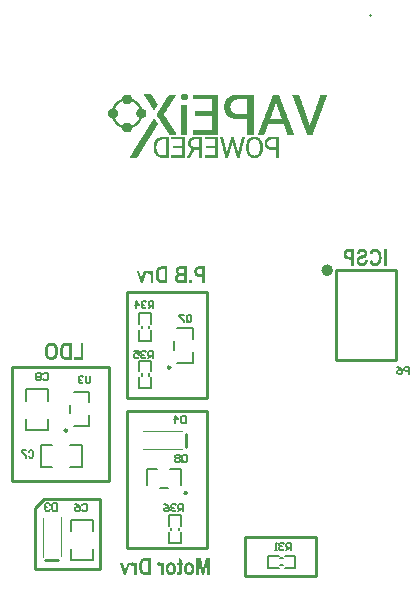
<source format=gbo>
G04 Layer_Color=15269887*
%FSLAX24Y24*%
%MOIN*%
G70*
G01*
G75*
%ADD35C,0.0100*%
%ADD49C,0.0098*%
%ADD50C,0.0200*%
%ADD51C,0.0039*%
%ADD52C,0.0079*%
%ADD54C,0.0059*%
%ADD55C,0.0060*%
%ADD56C,0.0070*%
%ADD57C,0.0010*%
G36*
X18368Y12541D02*
X18376Y12540D01*
X18382Y12538D01*
X18388Y12535D01*
X18392Y12533D01*
X18396Y12531D01*
X18398Y12530D01*
X18399Y12529D01*
X18406Y12523D01*
X18412Y12515D01*
X18418Y12505D01*
X18424Y12497D01*
X18429Y12488D01*
X18433Y12481D01*
X18436Y12476D01*
X18437Y12476D01*
Y12533D01*
X18519D01*
Y12125D01*
X18430D01*
Y12251D01*
Y12268D01*
Y12284D01*
X18429Y12298D01*
Y12311D01*
X18428Y12324D01*
Y12335D01*
X18427Y12344D01*
X18427Y12352D01*
Y12360D01*
X18426Y12366D01*
Y12371D01*
X18425Y12376D01*
Y12378D01*
X18424Y12381D01*
Y12382D01*
X18422Y12395D01*
X18418Y12405D01*
X18415Y12414D01*
X18412Y12421D01*
X18409Y12426D01*
X18407Y12429D01*
X18405Y12431D01*
X18404Y12431D01*
X18398Y12436D01*
X18393Y12440D01*
X18387Y12442D01*
X18382Y12444D01*
X18378Y12445D01*
X18375Y12446D01*
X18372D01*
X18364Y12445D01*
X18357Y12443D01*
X18350Y12440D01*
X18344Y12436D01*
X18338Y12433D01*
X18334Y12430D01*
X18332Y12428D01*
X18331Y12427D01*
X18303Y12519D01*
X18173Y12125D01*
X18093D01*
X17959Y12533D01*
X18050D01*
X18114Y12324D01*
X18133Y12255D01*
X18152Y12324D01*
X18214Y12533D01*
X18307D01*
X18304Y12522D01*
X18313Y12528D01*
X18323Y12533D01*
X18333Y12537D01*
X18342Y12540D01*
X18350Y12541D01*
X18356Y12542D01*
X18361D01*
X18368Y12541D01*
D02*
G37*
G36*
X20235Y12125D02*
X20142D01*
Y12337D01*
X20066D01*
X20052Y12338D01*
X20038Y12339D01*
X20027Y12340D01*
X20016Y12341D01*
X20007Y12342D01*
X19998Y12344D01*
X19990Y12346D01*
X19983Y12347D01*
X19978Y12349D01*
X19973Y12350D01*
X19969Y12351D01*
X19966Y12352D01*
X19964Y12353D01*
X19963Y12354D01*
X19950Y12361D01*
X19938Y12370D01*
X19928Y12380D01*
X19920Y12389D01*
X19914Y12397D01*
X19908Y12405D01*
X19905Y12410D01*
X19904Y12411D01*
Y12411D01*
X19897Y12428D01*
X19891Y12445D01*
X19887Y12462D01*
X19884Y12478D01*
X19882Y12492D01*
Y12499D01*
X19881Y12504D01*
Y12508D01*
Y12511D01*
Y12513D01*
Y12514D01*
X19882Y12538D01*
X19885Y12560D01*
X19889Y12578D01*
X19894Y12594D01*
X19898Y12601D01*
X19900Y12607D01*
X19902Y12612D01*
X19904Y12616D01*
X19906Y12620D01*
X19908Y12622D01*
X19908Y12623D01*
Y12624D01*
X19919Y12639D01*
X19930Y12650D01*
X19942Y12660D01*
X19952Y12668D01*
X19962Y12673D01*
X19969Y12677D01*
X19974Y12679D01*
X19975Y12680D01*
X19976D01*
X19982Y12681D01*
X19988Y12682D01*
X19996Y12684D01*
X20004Y12685D01*
X20022Y12686D01*
X20041Y12687D01*
X20058Y12688D01*
X20235D01*
Y12125D01*
D02*
G37*
G36*
X19805D02*
X19717D01*
Y12233D01*
X19805D01*
Y12125D01*
D02*
G37*
G36*
X18426Y2402D02*
X18251D01*
X18231Y2403D01*
X18212Y2404D01*
X18196Y2407D01*
X18183Y2410D01*
X18172Y2413D01*
X18165Y2415D01*
X18160Y2417D01*
X18158Y2418D01*
X18145Y2424D01*
X18133Y2432D01*
X18123Y2439D01*
X18114Y2447D01*
X18107Y2453D01*
X18102Y2459D01*
X18098Y2462D01*
X18097Y2464D01*
X18088Y2477D01*
X18080Y2491D01*
X18072Y2505D01*
X18067Y2519D01*
X18062Y2531D01*
X18058Y2541D01*
X18057Y2545D01*
X18056Y2547D01*
X18055Y2549D01*
Y2550D01*
X18049Y2571D01*
X18045Y2592D01*
X18042Y2614D01*
X18040Y2634D01*
Y2643D01*
X18039Y2652D01*
Y2659D01*
X18038Y2665D01*
Y2670D01*
Y2674D01*
Y2677D01*
Y2677D01*
X18039Y2707D01*
X18041Y2732D01*
X18042Y2745D01*
X18043Y2756D01*
X18045Y2766D01*
X18046Y2775D01*
X18047Y2783D01*
X18049Y2791D01*
X18051Y2797D01*
X18052Y2802D01*
X18052Y2807D01*
X18053Y2810D01*
X18054Y2812D01*
Y2812D01*
X18061Y2832D01*
X18067Y2850D01*
X18075Y2865D01*
X18082Y2877D01*
X18088Y2888D01*
X18093Y2896D01*
X18096Y2900D01*
X18098Y2901D01*
X18109Y2913D01*
X18119Y2923D01*
X18130Y2931D01*
X18139Y2938D01*
X18147Y2943D01*
X18153Y2947D01*
X18157Y2949D01*
X18159Y2950D01*
X18172Y2955D01*
X18188Y2958D01*
X18204Y2961D01*
X18220Y2963D01*
X18234Y2964D01*
X18240D01*
X18245Y2965D01*
X18426D01*
Y2402D01*
D02*
G37*
G36*
X19725Y2818D02*
X19742Y2815D01*
X19756Y2812D01*
X19769Y2807D01*
X19779Y2802D01*
X19787Y2798D01*
X19792Y2795D01*
X19793Y2794D01*
X19794D01*
X19807Y2784D01*
X19820Y2772D01*
X19831Y2760D01*
X19840Y2747D01*
X19847Y2737D01*
X19852Y2728D01*
X19854Y2725D01*
X19856Y2722D01*
X19857Y2721D01*
Y2720D01*
X19864Y2701D01*
X19870Y2682D01*
X19874Y2664D01*
X19877Y2647D01*
X19878Y2632D01*
X19879Y2627D01*
X19880Y2621D01*
Y2617D01*
Y2613D01*
Y2612D01*
Y2611D01*
X19879Y2592D01*
X19877Y2574D01*
X19876Y2557D01*
X19872Y2542D01*
X19868Y2527D01*
X19864Y2513D01*
X19860Y2502D01*
X19855Y2491D01*
X19851Y2481D01*
X19847Y2472D01*
X19842Y2466D01*
X19838Y2460D01*
X19835Y2455D01*
X19833Y2452D01*
X19832Y2450D01*
X19831Y2449D01*
X19822Y2439D01*
X19812Y2431D01*
X19801Y2423D01*
X19791Y2417D01*
X19780Y2411D01*
X19770Y2407D01*
X19751Y2400D01*
X19742Y2398D01*
X19733Y2396D01*
X19726Y2394D01*
X19720Y2393D01*
X19715Y2393D01*
X19708D01*
X19690Y2393D01*
X19674Y2397D01*
X19660Y2401D01*
X19647Y2405D01*
X19637Y2410D01*
X19628Y2413D01*
X19623Y2417D01*
X19623Y2418D01*
X19622D01*
X19608Y2428D01*
X19595Y2440D01*
X19584Y2453D01*
X19575Y2466D01*
X19568Y2477D01*
X19563Y2486D01*
X19561Y2489D01*
X19559Y2492D01*
X19558Y2493D01*
Y2494D01*
X19550Y2513D01*
X19544Y2533D01*
X19540Y2552D01*
X19538Y2570D01*
X19535Y2585D01*
Y2592D01*
X19534Y2597D01*
Y2602D01*
Y2605D01*
Y2607D01*
Y2607D01*
X19535Y2623D01*
X19536Y2638D01*
X19542Y2667D01*
X19545Y2680D01*
X19549Y2692D01*
X19553Y2703D01*
X19558Y2713D01*
X19562Y2723D01*
X19566Y2732D01*
X19570Y2738D01*
X19573Y2745D01*
X19577Y2749D01*
X19579Y2753D01*
X19580Y2755D01*
X19581Y2756D01*
X19590Y2767D01*
X19599Y2777D01*
X19609Y2785D01*
X19620Y2792D01*
X19631Y2798D01*
X19641Y2803D01*
X19652Y2808D01*
X19662Y2812D01*
X19671Y2814D01*
X19679Y2816D01*
X19688Y2817D01*
X19694Y2818D01*
X19700Y2819D01*
X19708D01*
X19725Y2818D01*
D02*
G37*
G36*
X19116D02*
X19133Y2815D01*
X19147Y2812D01*
X19160Y2807D01*
X19170Y2802D01*
X19179Y2798D01*
X19184Y2795D01*
X19184Y2794D01*
X19185D01*
X19199Y2784D01*
X19211Y2772D01*
X19222Y2760D01*
X19231Y2747D01*
X19238Y2737D01*
X19244Y2728D01*
X19245Y2725D01*
X19247Y2722D01*
X19248Y2721D01*
Y2720D01*
X19255Y2701D01*
X19261Y2682D01*
X19265Y2664D01*
X19268Y2647D01*
X19269Y2632D01*
X19270Y2627D01*
X19271Y2621D01*
Y2617D01*
Y2613D01*
Y2612D01*
Y2611D01*
X19270Y2592D01*
X19269Y2574D01*
X19267Y2557D01*
X19264Y2542D01*
X19259Y2527D01*
X19255Y2513D01*
X19251Y2502D01*
X19246Y2491D01*
X19242Y2481D01*
X19238Y2472D01*
X19234Y2466D01*
X19229Y2460D01*
X19226Y2455D01*
X19224Y2452D01*
X19223Y2450D01*
X19222Y2449D01*
X19213Y2439D01*
X19203Y2431D01*
X19192Y2423D01*
X19182Y2417D01*
X19171Y2411D01*
X19161Y2407D01*
X19142Y2400D01*
X19133Y2398D01*
X19124Y2396D01*
X19117Y2394D01*
X19111Y2393D01*
X19106Y2393D01*
X19099D01*
X19081Y2393D01*
X19065Y2397D01*
X19051Y2401D01*
X19038Y2405D01*
X19028Y2410D01*
X19019Y2413D01*
X19014Y2417D01*
X19014Y2418D01*
X19013D01*
X18999Y2428D01*
X18986Y2440D01*
X18975Y2453D01*
X18966Y2466D01*
X18959Y2477D01*
X18954Y2486D01*
X18952Y2489D01*
X18950Y2492D01*
X18949Y2493D01*
Y2494D01*
X18941Y2513D01*
X18935Y2533D01*
X18931Y2552D01*
X18929Y2570D01*
X18926Y2585D01*
Y2592D01*
X18925Y2597D01*
Y2602D01*
Y2605D01*
Y2607D01*
Y2607D01*
X18926Y2623D01*
X18927Y2638D01*
X18933Y2667D01*
X18936Y2680D01*
X18940Y2692D01*
X18944Y2703D01*
X18949Y2713D01*
X18953Y2723D01*
X18957Y2732D01*
X18961Y2738D01*
X18964Y2745D01*
X18968Y2749D01*
X18970Y2753D01*
X18971Y2755D01*
X18972Y2756D01*
X18981Y2767D01*
X18990Y2777D01*
X19000Y2785D01*
X19011Y2792D01*
X19022Y2798D01*
X19032Y2803D01*
X19043Y2808D01*
X19053Y2812D01*
X19062Y2814D01*
X19070Y2816D01*
X19079Y2817D01*
X19085Y2818D01*
X19091Y2819D01*
X19099D01*
X19116Y2818D01*
D02*
G37*
G36*
X26288Y12702D02*
X26195D01*
Y13265D01*
X26288D01*
Y12702D01*
D02*
G37*
G36*
X25210D02*
X25117D01*
Y12914D01*
X25041D01*
X25027Y12915D01*
X25013Y12916D01*
X25002Y12917D01*
X24991Y12918D01*
X24982Y12919D01*
X24973Y12921D01*
X24965Y12923D01*
X24958Y12924D01*
X24953Y12926D01*
X24948Y12927D01*
X24944Y12928D01*
X24941Y12929D01*
X24939Y12930D01*
X24938Y12931D01*
X24925Y12938D01*
X24913Y12947D01*
X24903Y12957D01*
X24895Y12966D01*
X24888Y12974D01*
X24883Y12982D01*
X24880Y12987D01*
X24879Y12988D01*
Y12988D01*
X24872Y13005D01*
X24866Y13022D01*
X24862Y13039D01*
X24858Y13055D01*
X24857Y13069D01*
Y13076D01*
X24856Y13081D01*
Y13085D01*
Y13088D01*
Y13090D01*
Y13091D01*
X24857Y13115D01*
X24860Y13137D01*
X24864Y13155D01*
X24869Y13171D01*
X24873Y13178D01*
X24875Y13184D01*
X24877Y13189D01*
X24879Y13193D01*
X24881Y13197D01*
X24883Y13199D01*
X24883Y13200D01*
Y13201D01*
X24894Y13216D01*
X24905Y13227D01*
X24917Y13237D01*
X24927Y13245D01*
X24937Y13250D01*
X24944Y13254D01*
X24949Y13256D01*
X24950Y13257D01*
X24951D01*
X24957Y13258D01*
X24963Y13259D01*
X24971Y13261D01*
X24979Y13262D01*
X24997Y13263D01*
X25016Y13264D01*
X25033Y13265D01*
X25210D01*
Y12702D01*
D02*
G37*
G36*
X25497Y13273D02*
X25515Y13271D01*
X25530Y13268D01*
X25543Y13265D01*
X25554Y13261D01*
X25562Y13258D01*
X25567Y13256D01*
X25568Y13255D01*
X25569D01*
X25582Y13247D01*
X25593Y13238D01*
X25603Y13229D01*
X25612Y13220D01*
X25618Y13212D01*
X25622Y13205D01*
X25626Y13201D01*
X25626Y13200D01*
Y13199D01*
X25633Y13185D01*
X25638Y13171D01*
X25642Y13157D01*
X25645Y13144D01*
X25646Y13133D01*
X25647Y13124D01*
Y13121D01*
Y13118D01*
Y13118D01*
Y13117D01*
X25646Y13103D01*
X25645Y13088D01*
X25642Y13076D01*
X25639Y13065D01*
X25636Y13056D01*
X25634Y13048D01*
X25632Y13044D01*
X25631Y13043D01*
X25625Y13030D01*
X25617Y13019D01*
X25610Y13010D01*
X25603Y13003D01*
X25597Y12996D01*
X25592Y12992D01*
X25588Y12988D01*
X25587Y12988D01*
X25576Y12980D01*
X25562Y12973D01*
X25547Y12966D01*
X25533Y12960D01*
X25520Y12955D01*
X25515Y12953D01*
X25510Y12952D01*
X25506Y12950D01*
X25502Y12949D01*
X25501Y12948D01*
X25500D01*
X25488Y12945D01*
X25477Y12942D01*
X25467Y12938D01*
X25459Y12935D01*
X25451Y12933D01*
X25444Y12930D01*
X25438Y12928D01*
X25433Y12927D01*
X25426Y12923D01*
X25420Y12921D01*
X25417Y12920D01*
X25417Y12919D01*
X25411Y12916D01*
X25405Y12913D01*
X25401Y12908D01*
X25397Y12905D01*
X25392Y12900D01*
X25391Y12898D01*
Y12898D01*
X25387Y12893D01*
X25386Y12887D01*
X25382Y12877D01*
Y12872D01*
X25382Y12868D01*
Y12866D01*
Y12865D01*
X25382Y12853D01*
X25386Y12843D01*
X25389Y12833D01*
X25394Y12825D01*
X25398Y12819D01*
X25402Y12814D01*
X25406Y12811D01*
X25407Y12810D01*
X25417Y12803D01*
X25427Y12798D01*
X25438Y12794D01*
X25448Y12791D01*
X25458Y12789D01*
X25466Y12788D01*
X25472D01*
X25487Y12789D01*
X25502Y12794D01*
X25513Y12798D01*
X25524Y12805D01*
X25534Y12813D01*
X25542Y12823D01*
X25549Y12833D01*
X25555Y12843D01*
X25560Y12853D01*
X25564Y12863D01*
X25567Y12872D01*
X25570Y12880D01*
X25572Y12887D01*
X25572Y12892D01*
X25573Y12896D01*
Y12897D01*
X25664Y12886D01*
X25661Y12868D01*
X25659Y12852D01*
X25655Y12837D01*
X25651Y12822D01*
X25645Y12808D01*
X25639Y12796D01*
X25633Y12785D01*
X25626Y12774D01*
X25619Y12764D01*
X25612Y12755D01*
X25596Y12740D01*
X25579Y12727D01*
X25562Y12717D01*
X25546Y12709D01*
X25530Y12703D01*
X25515Y12699D01*
X25502Y12696D01*
X25491Y12694D01*
X25482Y12693D01*
X25475D01*
X25457Y12694D01*
X25442Y12695D01*
X25427Y12697D01*
X25412Y12700D01*
X25400Y12704D01*
X25388Y12709D01*
X25377Y12713D01*
X25368Y12718D01*
X25361Y12722D01*
X25353Y12726D01*
X25347Y12730D01*
X25342Y12734D01*
X25339Y12738D01*
X25337Y12739D01*
X25335Y12741D01*
X25334Y12742D01*
X25326Y12752D01*
X25319Y12762D01*
X25312Y12772D01*
X25307Y12782D01*
X25299Y12803D01*
X25294Y12823D01*
X25292Y12831D01*
X25291Y12839D01*
X25290Y12847D01*
X25289Y12853D01*
X25288Y12858D01*
Y12862D01*
Y12864D01*
Y12865D01*
X25289Y12883D01*
X25291Y12900D01*
X25293Y12915D01*
X25297Y12928D01*
X25300Y12938D01*
X25302Y12945D01*
X25304Y12950D01*
X25305Y12952D01*
X25312Y12964D01*
X25319Y12976D01*
X25327Y12986D01*
X25335Y12994D01*
X25342Y13001D01*
X25348Y13005D01*
X25352Y13008D01*
X25353Y13009D01*
X25359Y13013D01*
X25367Y13018D01*
X25382Y13026D01*
X25399Y13033D01*
X25416Y13039D01*
X25431Y13045D01*
X25437Y13047D01*
X25443Y13049D01*
X25448Y13051D01*
X25452Y13052D01*
X25454Y13053D01*
X25455D01*
X25467Y13056D01*
X25477Y13059D01*
X25487Y13063D01*
X25496Y13066D01*
X25504Y13069D01*
X25511Y13072D01*
X25517Y13075D01*
X25522Y13078D01*
X25531Y13082D01*
X25536Y13085D01*
X25539Y13087D01*
X25540Y13088D01*
X25546Y13093D01*
X25551Y13100D01*
X25554Y13106D01*
X25556Y13112D01*
X25557Y13118D01*
X25558Y13122D01*
Y13124D01*
Y13125D01*
X25557Y13133D01*
X25555Y13141D01*
X25552Y13148D01*
X25548Y13153D01*
X25545Y13158D01*
X25542Y13162D01*
X25539Y13163D01*
X25538Y13164D01*
X25530Y13169D01*
X25520Y13173D01*
X25511Y13176D01*
X25502Y13178D01*
X25493Y13179D01*
X25486Y13180D01*
X25480D01*
X25467Y13179D01*
X25455Y13178D01*
X25445Y13174D01*
X25437Y13171D01*
X25430Y13168D01*
X25425Y13164D01*
X25422Y13163D01*
X25422Y13162D01*
X25414Y13153D01*
X25408Y13144D01*
X25404Y13133D01*
X25400Y13123D01*
X25397Y13113D01*
X25396Y13106D01*
X25395Y13103D01*
X25394Y13100D01*
Y13099D01*
Y13098D01*
X25301Y13103D01*
X25302Y13118D01*
X25304Y13133D01*
X25307Y13145D01*
X25310Y13158D01*
X25313Y13168D01*
X25317Y13179D01*
X25322Y13188D01*
X25327Y13197D01*
X25331Y13204D01*
X25335Y13211D01*
X25339Y13217D01*
X25342Y13221D01*
X25346Y13224D01*
X25348Y13227D01*
X25349Y13228D01*
X25350Y13229D01*
X25359Y13237D01*
X25368Y13244D01*
X25379Y13250D01*
X25389Y13255D01*
X25411Y13263D01*
X25431Y13268D01*
X25441Y13271D01*
X25449Y13272D01*
X25457Y13272D01*
X25464Y13273D01*
X25470Y13274D01*
X25477D01*
X25497Y13273D01*
D02*
G37*
G36*
X19625Y12125D02*
X19434D01*
X19419Y12126D01*
X19405D01*
X19393Y12126D01*
X19382Y12127D01*
X19373D01*
X19365Y12128D01*
X19358Y12129D01*
X19352Y12130D01*
X19348D01*
X19344Y12131D01*
X19341D01*
X19340Y12131D01*
X19338D01*
X19324Y12136D01*
X19310Y12144D01*
X19298Y12152D01*
X19288Y12161D01*
X19280Y12170D01*
X19273Y12177D01*
X19270Y12182D01*
X19268Y12183D01*
Y12184D01*
X19258Y12201D01*
X19250Y12218D01*
X19245Y12236D01*
X19241Y12252D01*
X19240Y12266D01*
X19239Y12272D01*
Y12278D01*
X19238Y12282D01*
Y12286D01*
Y12287D01*
Y12288D01*
X19239Y12306D01*
X19241Y12323D01*
X19245Y12337D01*
X19250Y12350D01*
X19254Y12361D01*
X19258Y12368D01*
X19260Y12372D01*
X19261Y12374D01*
X19270Y12386D01*
X19281Y12397D01*
X19292Y12406D01*
X19302Y12412D01*
X19312Y12417D01*
X19320Y12421D01*
X19325Y12423D01*
X19325Y12424D01*
X19326D01*
X19315Y12431D01*
X19306Y12438D01*
X19299Y12446D01*
X19291Y12454D01*
X19286Y12461D01*
X19282Y12467D01*
X19280Y12471D01*
X19279Y12472D01*
X19273Y12485D01*
X19268Y12498D01*
X19265Y12510D01*
X19263Y12522D01*
X19261Y12531D01*
X19260Y12540D01*
Y12545D01*
Y12545D01*
Y12546D01*
X19261Y12562D01*
X19264Y12577D01*
X19267Y12590D01*
X19271Y12602D01*
X19275Y12611D01*
X19279Y12619D01*
X19281Y12623D01*
X19282Y12625D01*
X19290Y12637D01*
X19299Y12647D01*
X19308Y12655D01*
X19315Y12662D01*
X19323Y12667D01*
X19329Y12671D01*
X19332Y12673D01*
X19334Y12674D01*
X19340Y12676D01*
X19347Y12679D01*
X19364Y12682D01*
X19381Y12685D01*
X19399Y12686D01*
X19415Y12687D01*
X19422Y12688D01*
X19625D01*
Y12125D01*
D02*
G37*
G36*
X18981D02*
X18806D01*
X18786Y12126D01*
X18767Y12127D01*
X18751Y12130D01*
X18738Y12133D01*
X18727Y12136D01*
X18720Y12138D01*
X18715Y12140D01*
X18713Y12141D01*
X18700Y12147D01*
X18688Y12155D01*
X18678Y12162D01*
X18669Y12170D01*
X18662Y12176D01*
X18657Y12182D01*
X18653Y12186D01*
X18652Y12187D01*
X18643Y12200D01*
X18635Y12214D01*
X18627Y12228D01*
X18622Y12242D01*
X18617Y12254D01*
X18613Y12264D01*
X18612Y12268D01*
X18611Y12271D01*
X18610Y12272D01*
Y12273D01*
X18604Y12294D01*
X18600Y12316D01*
X18597Y12337D01*
X18595Y12357D01*
Y12366D01*
X18594Y12375D01*
Y12382D01*
X18593Y12388D01*
Y12393D01*
Y12397D01*
Y12400D01*
Y12401D01*
X18594Y12430D01*
X18596Y12456D01*
X18597Y12468D01*
X18598Y12479D01*
X18600Y12489D01*
X18601Y12498D01*
X18602Y12506D01*
X18604Y12514D01*
X18606Y12520D01*
X18607Y12525D01*
X18607Y12530D01*
X18608Y12533D01*
X18609Y12535D01*
Y12535D01*
X18616Y12555D01*
X18622Y12573D01*
X18630Y12588D01*
X18637Y12600D01*
X18643Y12611D01*
X18648Y12619D01*
X18652Y12623D01*
X18653Y12625D01*
X18664Y12636D01*
X18674Y12646D01*
X18685Y12655D01*
X18694Y12661D01*
X18702Y12666D01*
X18708Y12670D01*
X18712Y12672D01*
X18714Y12673D01*
X18727Y12678D01*
X18743Y12681D01*
X18759Y12685D01*
X18775Y12686D01*
X18789Y12687D01*
X18795D01*
X18800Y12688D01*
X18981D01*
Y12125D01*
D02*
G37*
G36*
X25923Y13273D02*
X25940Y13271D01*
X25955Y13267D01*
X25970Y13263D01*
X25983Y13257D01*
X25996Y13252D01*
X26007Y13245D01*
X26017Y13239D01*
X26026Y13232D01*
X26035Y13226D01*
X26041Y13220D01*
X26047Y13214D01*
X26051Y13210D01*
X26055Y13207D01*
X26056Y13204D01*
X26057Y13203D01*
X26069Y13188D01*
X26079Y13170D01*
X26087Y13153D01*
X26095Y13134D01*
X26101Y13115D01*
X26106Y13097D01*
X26110Y13078D01*
X26114Y13060D01*
X26116Y13043D01*
X26119Y13028D01*
X26120Y13014D01*
X26121Y13002D01*
Y12993D01*
X26122Y12985D01*
Y12980D01*
Y12979D01*
Y12978D01*
X26121Y12953D01*
X26120Y12930D01*
X26116Y12908D01*
X26112Y12887D01*
X26107Y12868D01*
X26102Y12850D01*
X26096Y12833D01*
X26090Y12819D01*
X26084Y12806D01*
X26078Y12794D01*
X26073Y12784D01*
X26068Y12777D01*
X26064Y12770D01*
X26060Y12765D01*
X26059Y12763D01*
X26058Y12762D01*
X26047Y12749D01*
X26035Y12739D01*
X26024Y12730D01*
X26011Y12722D01*
X25999Y12715D01*
X25987Y12709D01*
X25976Y12705D01*
X25964Y12701D01*
X25953Y12699D01*
X25943Y12696D01*
X25934Y12695D01*
X25926Y12694D01*
X25920D01*
X25916Y12693D01*
X25911D01*
X25898Y12694D01*
X25886Y12694D01*
X25862Y12699D01*
X25841Y12706D01*
X25832Y12710D01*
X25824Y12714D01*
X25816Y12719D01*
X25810Y12723D01*
X25804Y12726D01*
X25800Y12729D01*
X25796Y12732D01*
X25793Y12734D01*
X25791Y12735D01*
X25791Y12736D01*
X25781Y12745D01*
X25773Y12754D01*
X25759Y12776D01*
X25746Y12799D01*
X25736Y12822D01*
X25732Y12833D01*
X25729Y12843D01*
X25726Y12852D01*
X25724Y12859D01*
X25722Y12866D01*
X25721Y12871D01*
X25720Y12874D01*
Y12875D01*
X25811Y12910D01*
X25816Y12888D01*
X25822Y12869D01*
X25828Y12853D01*
X25835Y12841D01*
X25841Y12831D01*
X25846Y12824D01*
X25849Y12820D01*
X25850Y12818D01*
X25860Y12809D01*
X25871Y12802D01*
X25881Y12797D01*
X25891Y12794D01*
X25900Y12792D01*
X25907Y12791D01*
X25911Y12790D01*
X25913D01*
X25922Y12791D01*
X25931Y12792D01*
X25947Y12797D01*
X25961Y12804D01*
X25972Y12813D01*
X25982Y12820D01*
X25989Y12828D01*
X25993Y12833D01*
X25995Y12833D01*
Y12834D01*
X26000Y12843D01*
X26005Y12853D01*
X26009Y12865D01*
X26012Y12877D01*
X26018Y12902D01*
X26021Y12927D01*
X26023Y12938D01*
X26024Y12949D01*
X26025Y12959D01*
Y12968D01*
X26026Y12975D01*
Y12980D01*
Y12984D01*
Y12985D01*
Y13003D01*
X26024Y13021D01*
X26022Y13037D01*
X26021Y13051D01*
X26018Y13064D01*
X26016Y13077D01*
X26013Y13088D01*
X26010Y13097D01*
X26006Y13105D01*
X26004Y13113D01*
X26001Y13118D01*
X25999Y13123D01*
X25996Y13127D01*
X25996Y13130D01*
X25994Y13131D01*
Y13132D01*
X25987Y13140D01*
X25981Y13147D01*
X25974Y13153D01*
X25967Y13158D01*
X25953Y13166D01*
X25940Y13171D01*
X25928Y13174D01*
X25919Y13176D01*
X25916Y13177D01*
X25911D01*
X25897Y13176D01*
X25886Y13173D01*
X25876Y13169D01*
X25866Y13164D01*
X25859Y13160D01*
X25853Y13156D01*
X25850Y13153D01*
X25849Y13152D01*
X25840Y13142D01*
X25832Y13131D01*
X25826Y13119D01*
X25821Y13108D01*
X25817Y13098D01*
X25815Y13089D01*
X25814Y13086D01*
Y13083D01*
X25813Y13083D01*
Y13082D01*
X25721Y13108D01*
X25724Y13122D01*
X25728Y13134D01*
X25732Y13146D01*
X25736Y13158D01*
X25741Y13168D01*
X25746Y13177D01*
X25751Y13184D01*
X25755Y13192D01*
X25759Y13198D01*
X25763Y13204D01*
X25766Y13209D01*
X25770Y13213D01*
X25772Y13216D01*
X25774Y13218D01*
X25775Y13220D01*
X25776D01*
X25786Y13229D01*
X25796Y13237D01*
X25807Y13245D01*
X25818Y13252D01*
X25829Y13257D01*
X25840Y13261D01*
X25861Y13267D01*
X25870Y13270D01*
X25878Y13272D01*
X25886Y13272D01*
X25892Y13273D01*
X25898Y13274D01*
X25906D01*
X25923Y13273D01*
D02*
G37*
G36*
X15142Y10141D02*
X15164Y10137D01*
X15184Y10132D01*
X15202Y10127D01*
X15209Y10123D01*
X15215Y10120D01*
X15221Y10117D01*
X15226Y10115D01*
X15229Y10113D01*
X15232Y10112D01*
X15234Y10110D01*
X15234D01*
X15251Y10097D01*
X15267Y10082D01*
X15279Y10066D01*
X15291Y10050D01*
X15300Y10036D01*
X15304Y10029D01*
X15306Y10024D01*
X15309Y10019D01*
X15310Y10016D01*
X15312Y10014D01*
Y10013D01*
X15317Y10001D01*
X15322Y9987D01*
X15329Y9960D01*
X15334Y9932D01*
X15338Y9906D01*
X15339Y9894D01*
X15339Y9882D01*
X15340Y9872D01*
Y9864D01*
X15341Y9857D01*
Y9852D01*
Y9848D01*
Y9847D01*
X15340Y9822D01*
X15339Y9798D01*
X15335Y9776D01*
X15331Y9755D01*
X15326Y9736D01*
X15320Y9718D01*
X15314Y9702D01*
X15308Y9687D01*
X15302Y9674D01*
X15296Y9663D01*
X15290Y9653D01*
X15285Y9644D01*
X15281Y9638D01*
X15278Y9633D01*
X15276Y9631D01*
X15275Y9630D01*
X15264Y9618D01*
X15252Y9608D01*
X15239Y9598D01*
X15226Y9590D01*
X15213Y9583D01*
X15199Y9578D01*
X15187Y9573D01*
X15174Y9569D01*
X15163Y9567D01*
X15152Y9564D01*
X15142Y9563D01*
X15134Y9562D01*
X15127D01*
X15121Y9561D01*
X15117D01*
X15099Y9562D01*
X15082Y9564D01*
X15065Y9568D01*
X15050Y9572D01*
X15036Y9578D01*
X15024Y9583D01*
X15012Y9589D01*
X15001Y9596D01*
X14991Y9603D01*
X14983Y9608D01*
X14976Y9615D01*
X14970Y9620D01*
X14965Y9624D01*
X14962Y9628D01*
X14960Y9630D01*
X14960Y9631D01*
X14948Y9647D01*
X14938Y9663D01*
X14929Y9681D01*
X14921Y9699D01*
X14915Y9718D01*
X14909Y9736D01*
X14905Y9753D01*
X14901Y9771D01*
X14899Y9787D01*
X14896Y9802D01*
X14895Y9817D01*
X14894Y9828D01*
X14893Y9838D01*
Y9846D01*
Y9850D01*
Y9852D01*
X14894Y9877D01*
X14895Y9901D01*
X14899Y9923D01*
X14903Y9944D01*
X14907Y9963D01*
X14913Y9981D01*
X14918Y9997D01*
X14924Y10012D01*
X14930Y10024D01*
X14935Y10035D01*
X14941Y10045D01*
X14945Y10052D01*
X14950Y10059D01*
X14953Y10063D01*
X14955Y10066D01*
X14955Y10067D01*
X14968Y10080D01*
X14980Y10092D01*
X14994Y10102D01*
X15007Y10111D01*
X15020Y10117D01*
X15034Y10124D01*
X15047Y10129D01*
X15060Y10133D01*
X15071Y10136D01*
X15082Y10138D01*
X15092Y10140D01*
X15100Y10142D01*
X15107D01*
X15113Y10142D01*
X15117D01*
X15142Y10141D01*
D02*
G37*
G36*
X15788Y9570D02*
X15613D01*
X15593Y9571D01*
X15575Y9573D01*
X15559Y9575D01*
X15546Y9578D01*
X15535Y9581D01*
X15528Y9583D01*
X15523Y9585D01*
X15521Y9586D01*
X15508Y9593D01*
X15496Y9600D01*
X15486Y9608D01*
X15477Y9615D01*
X15470Y9622D01*
X15464Y9628D01*
X15461Y9631D01*
X15460Y9633D01*
X15451Y9645D01*
X15443Y9659D01*
X15435Y9673D01*
X15429Y9688D01*
X15424Y9699D01*
X15421Y9709D01*
X15419Y9713D01*
X15419Y9716D01*
X15418Y9718D01*
Y9718D01*
X15412Y9739D01*
X15408Y9761D01*
X15405Y9782D01*
X15403Y9802D01*
Y9812D01*
X15402Y9820D01*
Y9827D01*
X15401Y9833D01*
Y9838D01*
Y9842D01*
Y9845D01*
Y9846D01*
X15402Y9875D01*
X15404Y9901D01*
X15404Y9913D01*
X15406Y9924D01*
X15408Y9934D01*
X15409Y9943D01*
X15410Y9952D01*
X15412Y9959D01*
X15414Y9966D01*
X15414Y9971D01*
X15415Y9975D01*
X15416Y9978D01*
X15417Y9980D01*
Y9981D01*
X15424Y10001D01*
X15430Y10018D01*
X15438Y10033D01*
X15445Y10046D01*
X15451Y10057D01*
X15456Y10064D01*
X15459Y10068D01*
X15461Y10070D01*
X15472Y10082D01*
X15482Y10092D01*
X15493Y10100D01*
X15502Y10107D01*
X15510Y10112D01*
X15516Y10116D01*
X15520Y10117D01*
X15522Y10118D01*
X15535Y10123D01*
X15551Y10127D01*
X15567Y10130D01*
X15583Y10132D01*
X15597Y10132D01*
X15603D01*
X15608Y10133D01*
X15788D01*
Y9570D01*
D02*
G37*
G36*
X20397Y2402D02*
X20311D01*
Y2846D01*
X20219Y2402D01*
X20130D01*
X20037Y2846D01*
Y2402D01*
X19950D01*
Y2965D01*
X20091D01*
X20174Y2579D01*
X20258Y2965D01*
X20397D01*
Y2402D01*
D02*
G37*
G36*
X17813Y2818D02*
X17821Y2817D01*
X17827Y2815D01*
X17833Y2812D01*
X17837Y2810D01*
X17841Y2808D01*
X17843Y2807D01*
X17844Y2806D01*
X17851Y2800D01*
X17857Y2792D01*
X17863Y2782D01*
X17869Y2774D01*
X17874Y2765D01*
X17878Y2758D01*
X17881Y2753D01*
X17882Y2752D01*
Y2810D01*
X17964D01*
Y2402D01*
X17875D01*
Y2527D01*
Y2545D01*
Y2561D01*
X17874Y2575D01*
Y2588D01*
X17873Y2601D01*
Y2612D01*
X17872Y2621D01*
X17872Y2629D01*
Y2637D01*
X17871Y2642D01*
Y2648D01*
X17870Y2652D01*
Y2655D01*
X17869Y2657D01*
Y2659D01*
X17867Y2672D01*
X17863Y2682D01*
X17860Y2691D01*
X17857Y2697D01*
X17854Y2702D01*
X17852Y2706D01*
X17850Y2707D01*
X17849Y2708D01*
X17843Y2713D01*
X17838Y2717D01*
X17832Y2719D01*
X17827Y2721D01*
X17823Y2722D01*
X17820Y2722D01*
X17817D01*
X17809Y2722D01*
X17802Y2720D01*
X17795Y2717D01*
X17789Y2713D01*
X17783Y2710D01*
X17779Y2707D01*
X17777Y2705D01*
X17776Y2704D01*
X17748Y2796D01*
X17618Y2402D01*
X17538D01*
X17404Y2810D01*
X17495D01*
X17559Y2601D01*
X17578Y2532D01*
X17597Y2601D01*
X17659Y2810D01*
X17752D01*
X17749Y2799D01*
X17758Y2805D01*
X17768Y2810D01*
X17778Y2814D01*
X17787Y2817D01*
X17795Y2818D01*
X17801Y2819D01*
X17806D01*
X17813Y2818D01*
D02*
G37*
G36*
X16180Y9570D02*
X15855D01*
Y9665D01*
X16087D01*
Y10129D01*
X16180D01*
Y9570D01*
D02*
G37*
G36*
X18709Y2818D02*
X18716Y2817D01*
X18723Y2815D01*
X18729Y2812D01*
X18733Y2810D01*
X18736Y2808D01*
X18739Y2807D01*
X18740Y2806D01*
X18746Y2800D01*
X18752Y2792D01*
X18759Y2782D01*
X18765Y2774D01*
X18770Y2765D01*
X18774Y2758D01*
X18776Y2753D01*
X18777Y2752D01*
Y2810D01*
X18860D01*
Y2402D01*
X18770D01*
Y2527D01*
Y2545D01*
Y2561D01*
X18770Y2575D01*
Y2588D01*
X18769Y2601D01*
Y2612D01*
X18768Y2621D01*
X18767Y2629D01*
Y2637D01*
X18766Y2642D01*
Y2648D01*
X18765Y2652D01*
Y2655D01*
X18765Y2657D01*
Y2659D01*
X18762Y2672D01*
X18759Y2682D01*
X18755Y2691D01*
X18752Y2697D01*
X18750Y2702D01*
X18747Y2706D01*
X18745Y2707D01*
X18745Y2708D01*
X18739Y2713D01*
X18734Y2717D01*
X18728Y2719D01*
X18723Y2721D01*
X18719Y2722D01*
X18715Y2722D01*
X18712D01*
X18705Y2722D01*
X18698Y2720D01*
X18690Y2717D01*
X18685Y2713D01*
X18679Y2710D01*
X18675Y2707D01*
X18672Y2705D01*
X18671Y2704D01*
X18643Y2798D01*
X18654Y2805D01*
X18664Y2810D01*
X18674Y2814D01*
X18683Y2817D01*
X18690Y2818D01*
X18696Y2819D01*
X18701D01*
X18709Y2818D01*
D02*
G37*
G36*
X19461Y2891D02*
Y2810D01*
X19502D01*
Y2724D01*
X19461D01*
Y2546D01*
Y2533D01*
Y2522D01*
X19460Y2512D01*
Y2502D01*
Y2494D01*
X19459Y2487D01*
Y2481D01*
X19458Y2475D01*
X19458Y2466D01*
X19457Y2460D01*
X19456Y2456D01*
Y2455D01*
X19453Y2444D01*
X19449Y2435D01*
X19444Y2427D01*
X19440Y2420D01*
X19436Y2415D01*
X19433Y2412D01*
X19430Y2409D01*
X19429Y2408D01*
X19421Y2403D01*
X19412Y2399D01*
X19403Y2397D01*
X19394Y2394D01*
X19386Y2393D01*
X19380Y2393D01*
X19374D01*
X19360Y2393D01*
X19347Y2395D01*
X19335Y2398D01*
X19324Y2401D01*
X19316Y2403D01*
X19309Y2406D01*
X19306Y2408D01*
X19304Y2408D01*
X19313Y2492D01*
X19321Y2489D01*
X19328Y2487D01*
X19333Y2485D01*
X19339Y2484D01*
X19343Y2483D01*
X19345Y2482D01*
X19348D01*
X19353Y2483D01*
X19358Y2485D01*
X19362Y2487D01*
X19364Y2490D01*
X19368Y2495D01*
X19369Y2497D01*
Y2497D01*
Y2500D01*
X19370Y2502D01*
X19371Y2511D01*
Y2521D01*
X19372Y2532D01*
Y2542D01*
Y2551D01*
Y2554D01*
Y2557D01*
Y2558D01*
Y2559D01*
Y2724D01*
X19312D01*
Y2810D01*
X19372D01*
Y2954D01*
X19461Y2891D01*
D02*
G37*
%LPC*%
G36*
X20142Y12593D02*
X20077D01*
X20068Y12592D01*
X20060D01*
X20047Y12591D01*
X20037Y12590D01*
X20029Y12589D01*
X20024Y12587D01*
X20022Y12586D01*
X20021D01*
X20014Y12583D01*
X20008Y12580D01*
X20003Y12575D01*
X19998Y12570D01*
X19995Y12566D01*
X19993Y12563D01*
X19991Y12560D01*
X19990Y12560D01*
X19986Y12552D01*
X19983Y12544D01*
X19981Y12536D01*
X19979Y12529D01*
X19978Y12522D01*
X19978Y12517D01*
Y12514D01*
Y12512D01*
X19978Y12502D01*
X19979Y12493D01*
X19982Y12485D01*
X19983Y12479D01*
X19986Y12473D01*
X19988Y12469D01*
X19989Y12466D01*
X19990Y12465D01*
X19995Y12459D01*
X20000Y12453D01*
X20005Y12449D01*
X20010Y12445D01*
X20014Y12442D01*
X20018Y12441D01*
X20020Y12439D01*
X20021D01*
X20029Y12436D01*
X20039Y12435D01*
X20051Y12434D01*
X20063Y12433D01*
X20073Y12432D01*
X20142D01*
Y12593D01*
D02*
G37*
G36*
X18332Y2870D02*
X18271D01*
X18255Y2869D01*
X18242Y2868D01*
X18231Y2867D01*
X18224Y2867D01*
X18219Y2866D01*
X18216Y2865D01*
X18215D01*
X18206Y2862D01*
X18197Y2858D01*
X18190Y2853D01*
X18183Y2849D01*
X18178Y2844D01*
X18174Y2841D01*
X18171Y2838D01*
X18171Y2837D01*
X18164Y2829D01*
X18159Y2820D01*
X18154Y2810D01*
X18151Y2801D01*
X18147Y2792D01*
X18146Y2786D01*
X18144Y2782D01*
Y2781D01*
Y2780D01*
X18141Y2766D01*
X18139Y2749D01*
X18137Y2733D01*
X18136Y2717D01*
Y2703D01*
X18135Y2697D01*
Y2692D01*
Y2687D01*
Y2684D01*
Y2682D01*
Y2682D01*
Y2660D01*
X18136Y2641D01*
X18137Y2624D01*
X18139Y2610D01*
X18141Y2599D01*
X18142Y2591D01*
X18143Y2586D01*
X18144Y2585D01*
Y2584D01*
X18147Y2572D01*
X18151Y2560D01*
X18155Y2551D01*
X18158Y2543D01*
X18161Y2537D01*
X18163Y2533D01*
X18165Y2531D01*
X18166Y2530D01*
X18176Y2519D01*
X18186Y2512D01*
X18191Y2508D01*
X18195Y2507D01*
X18197Y2506D01*
X18198Y2505D01*
X18206Y2502D01*
X18216Y2500D01*
X18227Y2498D01*
X18238Y2497D01*
X18248D01*
X18256Y2497D01*
X18332D01*
Y2870D01*
D02*
G37*
G36*
X19709Y2731D02*
X19708D01*
X19696Y2729D01*
X19684Y2726D01*
X19675Y2721D01*
X19666Y2715D01*
X19659Y2708D01*
X19654Y2703D01*
X19651Y2700D01*
X19650Y2698D01*
X19642Y2685D01*
X19636Y2671D01*
X19631Y2655D01*
X19628Y2640D01*
X19627Y2627D01*
X19626Y2621D01*
X19625Y2616D01*
Y2612D01*
Y2608D01*
Y2607D01*
Y2606D01*
X19626Y2584D01*
X19628Y2565D01*
X19633Y2549D01*
X19637Y2536D01*
X19642Y2526D01*
X19645Y2518D01*
X19648Y2514D01*
X19649Y2512D01*
X19658Y2502D01*
X19668Y2494D01*
X19678Y2488D01*
X19687Y2485D01*
X19695Y2482D01*
X19701Y2482D01*
X19705Y2481D01*
X19707D01*
X19719Y2482D01*
X19730Y2486D01*
X19740Y2491D01*
X19748Y2497D01*
X19756Y2502D01*
X19761Y2507D01*
X19764Y2510D01*
X19765Y2512D01*
X19773Y2525D01*
X19779Y2540D01*
X19783Y2555D01*
X19786Y2571D01*
X19787Y2584D01*
X19788Y2590D01*
X19789Y2596D01*
Y2600D01*
Y2603D01*
Y2605D01*
Y2606D01*
X19788Y2627D01*
X19786Y2646D01*
X19782Y2662D01*
X19777Y2675D01*
X19773Y2685D01*
X19769Y2692D01*
X19767Y2697D01*
X19766Y2698D01*
X19757Y2709D01*
X19747Y2717D01*
X19737Y2723D01*
X19728Y2727D01*
X19719Y2729D01*
X19713Y2730D01*
X19709Y2731D01*
D02*
G37*
G36*
X19100D02*
X19099D01*
X19087Y2729D01*
X19075Y2726D01*
X19066Y2721D01*
X19057Y2715D01*
X19050Y2708D01*
X19045Y2703D01*
X19042Y2700D01*
X19041Y2698D01*
X19033Y2685D01*
X19027Y2671D01*
X19022Y2655D01*
X19019Y2640D01*
X19018Y2627D01*
X19017Y2621D01*
X19016Y2616D01*
Y2612D01*
Y2608D01*
Y2607D01*
Y2606D01*
X19017Y2584D01*
X19019Y2565D01*
X19024Y2549D01*
X19028Y2536D01*
X19033Y2526D01*
X19036Y2518D01*
X19039Y2514D01*
X19040Y2512D01*
X19049Y2502D01*
X19059Y2494D01*
X19069Y2488D01*
X19078Y2485D01*
X19086Y2482D01*
X19092Y2482D01*
X19096Y2481D01*
X19098D01*
X19110Y2482D01*
X19121Y2486D01*
X19131Y2491D01*
X19139Y2497D01*
X19147Y2502D01*
X19152Y2507D01*
X19155Y2510D01*
X19156Y2512D01*
X19164Y2525D01*
X19170Y2540D01*
X19174Y2555D01*
X19177Y2571D01*
X19179Y2584D01*
X19179Y2590D01*
X19180Y2596D01*
Y2600D01*
Y2603D01*
Y2605D01*
Y2606D01*
X19179Y2627D01*
X19177Y2646D01*
X19173Y2662D01*
X19169Y2675D01*
X19164Y2685D01*
X19160Y2692D01*
X19158Y2697D01*
X19157Y2698D01*
X19148Y2709D01*
X19138Y2717D01*
X19128Y2723D01*
X19119Y2727D01*
X19110Y2729D01*
X19104Y2730D01*
X19100Y2731D01*
D02*
G37*
G36*
X25117Y13170D02*
X25052D01*
X25043Y13169D01*
X25035D01*
X25022Y13168D01*
X25012Y13167D01*
X25004Y13166D01*
X24999Y13164D01*
X24997Y13163D01*
X24996D01*
X24989Y13160D01*
X24983Y13157D01*
X24978Y13152D01*
X24973Y13148D01*
X24970Y13143D01*
X24968Y13140D01*
X24966Y13138D01*
X24965Y13137D01*
X24961Y13129D01*
X24958Y13121D01*
X24956Y13113D01*
X24954Y13106D01*
X24953Y13099D01*
X24953Y13094D01*
Y13091D01*
Y13089D01*
X24953Y13079D01*
X24954Y13070D01*
X24957Y13063D01*
X24958Y13056D01*
X24961Y13050D01*
X24963Y13046D01*
X24964Y13043D01*
X24965Y13043D01*
X24970Y13036D01*
X24975Y13030D01*
X24980Y13026D01*
X24985Y13022D01*
X24989Y13019D01*
X24993Y13018D01*
X24995Y13016D01*
X24996D01*
X25004Y13013D01*
X25014Y13012D01*
X25026Y13011D01*
X25038Y13010D01*
X25048Y13009D01*
X25117D01*
Y13170D01*
D02*
G37*
G36*
X19532Y12594D02*
X19443D01*
X19434Y12593D01*
X19425D01*
X19418Y12592D01*
X19406D01*
X19402Y12591D01*
X19398D01*
X19393Y12590D01*
X19390Y12590D01*
X19390D01*
X19384Y12588D01*
X19379Y12585D01*
X19370Y12578D01*
X19367Y12575D01*
X19365Y12572D01*
X19364Y12570D01*
X19363Y12570D01*
X19359Y12564D01*
X19356Y12557D01*
X19353Y12545D01*
X19352Y12539D01*
X19351Y12535D01*
Y12531D01*
Y12530D01*
X19352Y12520D01*
X19354Y12511D01*
X19355Y12504D01*
X19358Y12497D01*
X19361Y12492D01*
X19363Y12489D01*
X19365Y12486D01*
X19365Y12485D01*
X19370Y12480D01*
X19377Y12476D01*
X19383Y12472D01*
X19389Y12470D01*
X19394Y12468D01*
X19398Y12467D01*
X19401Y12466D01*
X19405D01*
X19409Y12465D01*
X19430D01*
X19441Y12465D01*
X19532D01*
Y12594D01*
D02*
G37*
G36*
Y12371D02*
X19436D01*
X19427Y12370D01*
X19420D01*
X19405Y12368D01*
X19395Y12367D01*
X19387Y12366D01*
X19382Y12364D01*
X19379Y12363D01*
X19378D01*
X19371Y12360D01*
X19365Y12356D01*
X19360Y12352D01*
X19355Y12348D01*
X19352Y12344D01*
X19350Y12341D01*
X19348Y12339D01*
X19347Y12338D01*
X19343Y12331D01*
X19340Y12324D01*
X19338Y12316D01*
X19336Y12309D01*
X19335Y12303D01*
X19335Y12298D01*
Y12294D01*
Y12293D01*
X19335Y12284D01*
X19336Y12275D01*
X19338Y12267D01*
X19340Y12261D01*
X19343Y12256D01*
X19345Y12252D01*
X19345Y12250D01*
X19346Y12249D01*
X19350Y12243D01*
X19355Y12238D01*
X19360Y12234D01*
X19364Y12231D01*
X19368Y12228D01*
X19371Y12226D01*
X19373Y12226D01*
X19374D01*
X19377Y12225D01*
X19381Y12224D01*
X19392Y12222D01*
X19404Y12221D01*
X19416Y12221D01*
X19427Y12220D01*
X19532D01*
Y12371D01*
D02*
G37*
G36*
X18887Y12593D02*
X18826D01*
X18810Y12592D01*
X18797Y12591D01*
X18786Y12590D01*
X18779Y12590D01*
X18774Y12589D01*
X18771Y12588D01*
X18770D01*
X18761Y12585D01*
X18752Y12581D01*
X18745Y12576D01*
X18738Y12572D01*
X18733Y12567D01*
X18729Y12564D01*
X18726Y12561D01*
X18726Y12560D01*
X18719Y12552D01*
X18714Y12543D01*
X18709Y12533D01*
X18706Y12524D01*
X18702Y12515D01*
X18701Y12509D01*
X18699Y12505D01*
Y12504D01*
Y12503D01*
X18696Y12489D01*
X18694Y12472D01*
X18692Y12456D01*
X18691Y12441D01*
Y12426D01*
X18690Y12421D01*
Y12415D01*
Y12411D01*
Y12407D01*
Y12406D01*
Y12405D01*
Y12383D01*
X18691Y12364D01*
X18692Y12347D01*
X18694Y12333D01*
X18696Y12322D01*
X18697Y12314D01*
X18698Y12309D01*
X18699Y12308D01*
Y12307D01*
X18702Y12295D01*
X18706Y12283D01*
X18710Y12274D01*
X18713Y12266D01*
X18716Y12261D01*
X18718Y12256D01*
X18720Y12254D01*
X18721Y12253D01*
X18731Y12242D01*
X18741Y12235D01*
X18746Y12231D01*
X18750Y12230D01*
X18752Y12229D01*
X18753Y12228D01*
X18761Y12226D01*
X18771Y12223D01*
X18782Y12221D01*
X18793Y12221D01*
X18803D01*
X18811Y12220D01*
X18887D01*
Y12593D01*
D02*
G37*
G36*
X15123Y10045D02*
X15117D01*
X15107Y10044D01*
X15097Y10043D01*
X15088Y10041D01*
X15079Y10037D01*
X15063Y10030D01*
X15050Y10022D01*
X15040Y10012D01*
X15032Y10005D01*
X15029Y10002D01*
X15027Y9999D01*
X15025Y9998D01*
Y9997D01*
X15019Y9988D01*
X15014Y9978D01*
X15005Y9955D01*
X14998Y9932D01*
X14994Y9908D01*
X14993Y9897D01*
X14991Y9887D01*
X14990Y9877D01*
Y9869D01*
X14990Y9862D01*
Y9857D01*
Y9854D01*
Y9853D01*
Y9835D01*
X14991Y9818D01*
X14993Y9803D01*
X14995Y9788D01*
X14998Y9775D01*
X15001Y9763D01*
X15005Y9753D01*
X15008Y9743D01*
X15011Y9734D01*
X15015Y9727D01*
X15018Y9720D01*
X15020Y9715D01*
X15023Y9711D01*
X15025Y9708D01*
X15025Y9707D01*
X15026Y9706D01*
X15033Y9698D01*
X15040Y9690D01*
X15048Y9684D01*
X15055Y9678D01*
X15063Y9674D01*
X15070Y9670D01*
X15085Y9664D01*
X15098Y9661D01*
X15103Y9660D01*
X15108Y9659D01*
X15112Y9658D01*
X15117D01*
X15127Y9659D01*
X15136Y9661D01*
X15145Y9663D01*
X15154Y9666D01*
X15169Y9673D01*
X15183Y9683D01*
X15194Y9692D01*
X15201Y9699D01*
X15204Y9703D01*
X15206Y9705D01*
X15207Y9706D01*
X15208Y9707D01*
X15214Y9717D01*
X15219Y9727D01*
X15229Y9750D01*
X15235Y9774D01*
X15239Y9797D01*
X15241Y9808D01*
X15243Y9818D01*
X15244Y9827D01*
Y9836D01*
X15244Y9842D01*
Y9847D01*
Y9851D01*
Y9852D01*
X15244Y9869D01*
X15243Y9886D01*
X15241Y9902D01*
X15239Y9916D01*
X15236Y9929D01*
X15234Y9941D01*
X15230Y9952D01*
X15227Y9962D01*
X15224Y9970D01*
X15220Y9977D01*
X15218Y9983D01*
X15215Y9988D01*
X15213Y9992D01*
X15211Y9995D01*
X15209Y9997D01*
Y9997D01*
X15203Y10006D01*
X15195Y10013D01*
X15188Y10019D01*
X15179Y10025D01*
X15172Y10030D01*
X15164Y10033D01*
X15150Y10039D01*
X15137Y10042D01*
X15131Y10043D01*
X15126Y10044D01*
X15123Y10045D01*
D02*
G37*
G36*
X15695Y10038D02*
X15634D01*
X15618Y10037D01*
X15605Y10037D01*
X15594Y10036D01*
X15587Y10035D01*
X15582Y10034D01*
X15579Y10033D01*
X15578D01*
X15568Y10030D01*
X15560Y10027D01*
X15553Y10022D01*
X15546Y10017D01*
X15541Y10012D01*
X15537Y10009D01*
X15534Y10007D01*
X15534Y10006D01*
X15527Y9997D01*
X15522Y9988D01*
X15517Y9978D01*
X15514Y9969D01*
X15510Y9961D01*
X15509Y9954D01*
X15507Y9950D01*
Y9949D01*
Y9948D01*
X15504Y9934D01*
X15502Y9917D01*
X15500Y9902D01*
X15499Y9886D01*
Y9872D01*
X15498Y9866D01*
Y9860D01*
Y9856D01*
Y9852D01*
Y9851D01*
Y9850D01*
Y9828D01*
X15499Y9809D01*
X15500Y9792D01*
X15502Y9778D01*
X15504Y9768D01*
X15505Y9759D01*
X15506Y9754D01*
X15507Y9753D01*
Y9753D01*
X15510Y9740D01*
X15514Y9728D01*
X15518Y9719D01*
X15521Y9712D01*
X15524Y9706D01*
X15526Y9702D01*
X15528Y9699D01*
X15529Y9698D01*
X15539Y9688D01*
X15549Y9680D01*
X15554Y9677D01*
X15558Y9675D01*
X15560Y9674D01*
X15561Y9673D01*
X15569Y9671D01*
X15579Y9668D01*
X15590Y9667D01*
X15601Y9666D01*
X15611D01*
X15618Y9665D01*
X15695D01*
Y10038D01*
D02*
G37*
%LPD*%
D35*
X14558Y2595D02*
X16748D01*
Y4947D01*
X14558Y2595D02*
Y4623D01*
X14882Y4947D01*
X16748D01*
X21573Y3650D02*
X23925D01*
X21573Y2352D02*
Y3650D01*
X23925Y2352D02*
Y3650D01*
X21573Y2352D02*
X23925D01*
X13787Y5515D02*
Y9327D01*
X17032Y5515D02*
Y9327D01*
X13787D02*
X17032D01*
X13787Y5515D02*
X17032D01*
X17640Y8313D02*
Y11841D01*
X20316Y8313D02*
Y11841D01*
X17640D02*
X20316D01*
X17640Y8313D02*
X20316D01*
X17640Y3285D02*
X20316D01*
X17640Y7867D02*
X20316D01*
Y3285D02*
Y7867D01*
X17640Y3285D02*
Y7867D01*
X19594Y6673D02*
Y7108D01*
X14916Y2896D02*
X15351D01*
X25733Y21067D02*
X25734Y21066D01*
X24611Y9555D02*
Y12555D01*
X26611D01*
Y9555D02*
Y12555D01*
X24611Y9555D02*
X26611D01*
D49*
X15633Y7215D02*
G03*
X15633Y7215I-39J0D01*
G01*
X19635Y5132D02*
G03*
X19635Y5132I-39J0D01*
G01*
X19079Y9321D02*
G03*
X19079Y9321I-39J0D01*
G01*
D50*
X24411Y12555D02*
G03*
X24411Y12555I-100J0D01*
G01*
D51*
X18184Y6583D02*
X19479D01*
X18174Y7193D02*
X19469D01*
X14826Y3011D02*
Y4306D01*
X15436Y3021D02*
Y4316D01*
D52*
X19120Y3898D02*
Y3976D01*
X19356Y3898D02*
Y3976D01*
X22750Y2957D02*
X22829D01*
X22750Y2720D02*
X22829D01*
X18366Y9044D02*
Y9123D01*
X18130Y9044D02*
Y9123D01*
X18366Y10626D02*
Y10704D01*
X18130Y10626D02*
Y10704D01*
D54*
X16381Y7372D02*
Y7726D01*
Y8159D02*
Y8514D01*
X15869Y7372D02*
X16381D01*
X15869Y8514D02*
X16381D01*
X15751Y7805D02*
Y8081D01*
X19084Y5920D02*
X19438D01*
X18297D02*
X18651D01*
X19438Y5408D02*
Y5920D01*
X18297Y5408D02*
Y5920D01*
X18730Y5290D02*
X19005D01*
X19827Y9478D02*
Y9832D01*
Y10265D02*
Y10620D01*
X19316Y9478D02*
X19827D01*
X19316Y10620D02*
X19827D01*
X19197Y9911D02*
Y10187D01*
X16417Y9022D02*
Y8825D01*
X16378Y8786D01*
X16299D01*
X16260Y8825D01*
Y9022D01*
X16181Y8982D02*
X16142Y9022D01*
X16063D01*
X16024Y8982D01*
Y8943D01*
X16063Y8904D01*
X16103D01*
X16063D01*
X16024Y8864D01*
Y8825D01*
X16063Y8786D01*
X16142D01*
X16181Y8825D01*
X19509Y4521D02*
Y4758D01*
X19391D01*
X19351Y4718D01*
Y4639D01*
X19391Y4600D01*
X19509D01*
X19430D02*
X19351Y4521D01*
X19273Y4718D02*
X19233Y4758D01*
X19154D01*
X19115Y4718D01*
Y4679D01*
X19154Y4639D01*
X19194D01*
X19154D01*
X19115Y4600D01*
Y4561D01*
X19154Y4521D01*
X19233D01*
X19273Y4561D01*
X18879Y4758D02*
X18958Y4718D01*
X19036Y4639D01*
Y4561D01*
X18997Y4521D01*
X18918D01*
X18879Y4561D01*
Y4600D01*
X18918Y4639D01*
X19036D01*
X19473Y6204D02*
Y6362D01*
X19512Y6401D01*
X19591D01*
X19630Y6362D01*
Y6204D01*
X19591Y6165D01*
X19512D01*
X19552Y6244D02*
X19473Y6165D01*
X19512D02*
X19473Y6204D01*
X19394Y6362D02*
X19355Y6401D01*
X19276D01*
X19237Y6362D01*
Y6322D01*
X19276Y6283D01*
X19237Y6244D01*
Y6204D01*
X19276Y6165D01*
X19355D01*
X19394Y6204D01*
Y6244D01*
X19355Y6283D01*
X19394Y6322D01*
Y6362D01*
X19355Y6283D02*
X19276D01*
X18507Y9627D02*
Y9863D01*
X18389D01*
X18350Y9824D01*
Y9745D01*
X18389Y9706D01*
X18507D01*
X18428D02*
X18350Y9627D01*
X18271Y9824D02*
X18232Y9863D01*
X18153D01*
X18113Y9824D01*
Y9785D01*
X18153Y9745D01*
X18192D01*
X18153D01*
X18113Y9706D01*
Y9667D01*
X18153Y9627D01*
X18232D01*
X18271Y9667D01*
X17877Y9863D02*
X18035D01*
Y9745D01*
X17956Y9785D01*
X17917D01*
X17877Y9745D01*
Y9667D01*
X17917Y9627D01*
X17995D01*
X18035Y9667D01*
X18517Y11286D02*
Y11522D01*
X18399D01*
X18360Y11483D01*
Y11404D01*
X18399Y11365D01*
X18517D01*
X18439D02*
X18360Y11286D01*
X18281Y11483D02*
X18242Y11522D01*
X18163D01*
X18124Y11483D01*
Y11443D01*
X18163Y11404D01*
X18203D01*
X18163D01*
X18124Y11365D01*
Y11325D01*
X18163Y11286D01*
X18242D01*
X18281Y11325D01*
X17927Y11286D02*
Y11522D01*
X18045Y11404D01*
X17888D01*
X19622Y10864D02*
Y11021D01*
X19662Y11060D01*
X19740D01*
X19780Y11021D01*
Y10864D01*
X19740Y10824D01*
X19662D01*
X19701Y10903D02*
X19622Y10824D01*
X19662D02*
X19622Y10864D01*
X19543Y11060D02*
X19386D01*
Y11021D01*
X19543Y10864D01*
Y10824D01*
X19589Y7706D02*
Y7470D01*
X19471D01*
X19431Y7509D01*
Y7666D01*
X19471Y7706D01*
X19589D01*
X19235Y7470D02*
Y7706D01*
X19353Y7588D01*
X19195D01*
X14841Y9085D02*
X14880Y9124D01*
X14959D01*
X14999Y9085D01*
Y8927D01*
X14959Y8888D01*
X14880D01*
X14841Y8927D01*
X14762Y9085D02*
X14723Y9124D01*
X14644D01*
X14605Y9085D01*
Y9045D01*
X14644Y9006D01*
X14605Y8966D01*
Y8927D01*
X14644Y8888D01*
X14723D01*
X14762Y8927D01*
Y8966D01*
X14723Y9006D01*
X14762Y9045D01*
Y9085D01*
X14723Y9006D02*
X14644D01*
X14361Y6510D02*
X14400Y6549D01*
X14479D01*
X14518Y6510D01*
Y6352D01*
X14479Y6313D01*
X14400D01*
X14361Y6352D01*
X14282Y6549D02*
X14125D01*
Y6510D01*
X14282Y6352D01*
Y6313D01*
X27042Y9103D02*
Y9339D01*
X26924D01*
X26885Y9300D01*
Y9221D01*
X26924Y9182D01*
X27042D01*
X26649Y9339D02*
X26727Y9300D01*
X26806Y9221D01*
Y9143D01*
X26767Y9103D01*
X26688D01*
X26649Y9143D01*
Y9182D01*
X26688Y9221D01*
X26806D01*
X23105Y3232D02*
Y3468D01*
X22987D01*
X22947Y3429D01*
Y3350D01*
X22987Y3311D01*
X23105D01*
X23026D02*
X22947Y3232D01*
X22869Y3429D02*
X22829Y3468D01*
X22751D01*
X22711Y3429D01*
Y3390D01*
X22751Y3350D01*
X22790D01*
X22751D01*
X22711Y3311D01*
Y3272D01*
X22751Y3232D01*
X22829D01*
X22869Y3272D01*
X22632Y3232D02*
X22554D01*
X22593D01*
Y3468D01*
X22632Y3429D01*
X16144Y4739D02*
X16184Y4778D01*
X16262D01*
X16302Y4739D01*
Y4581D01*
X16262Y4542D01*
X16184D01*
X16144Y4581D01*
X15908Y4778D02*
X15987Y4739D01*
X16065Y4660D01*
Y4581D01*
X16026Y4542D01*
X15947D01*
X15908Y4581D01*
Y4620D01*
X15947Y4660D01*
X16065D01*
X15297Y4782D02*
Y4546D01*
X15179D01*
X15140Y4585D01*
Y4743D01*
X15179Y4782D01*
X15297D01*
X15061Y4743D02*
X15022Y4782D01*
X14943D01*
X14904Y4743D01*
Y4703D01*
X14943Y4664D01*
X14982D01*
X14943D01*
X14904Y4625D01*
Y4585D01*
X14943Y4546D01*
X15022D01*
X15061Y4585D01*
D55*
X19042Y4400D02*
X19435D01*
X19042Y3474D02*
X19435D01*
X19042Y4035D02*
Y4400D01*
Y3474D02*
Y3839D01*
X19435Y4035D02*
Y4400D01*
Y3474D02*
Y3839D01*
X22888Y3035D02*
X23252D01*
X22327D02*
X22691D01*
X22888Y2642D02*
X23252D01*
X22327D02*
X22691D01*
X23252D02*
Y3035D01*
X22327Y2642D02*
Y3035D01*
X18051Y8621D02*
X18445D01*
X18051Y9546D02*
X18445D01*
Y8621D02*
Y8985D01*
Y9182D02*
Y9546D01*
X18051Y8621D02*
Y8985D01*
Y9182D02*
Y9546D01*
Y10202D02*
X18445D01*
X18051Y11128D02*
X18445D01*
Y10202D02*
Y10567D01*
Y10763D02*
Y11128D01*
X18051Y10202D02*
Y10567D01*
Y10763D02*
Y11128D01*
D56*
X14781Y6748D02*
X15150D01*
X14774Y6741D02*
X14781Y6748D01*
X14774Y5986D02*
X15150D01*
X14774D02*
Y6741D01*
X16126Y5986D02*
Y6741D01*
X15750Y5986D02*
X16126D01*
X16119Y6748D02*
X16126Y6741D01*
X15750Y6748D02*
X16119D01*
X14258Y7238D02*
Y7607D01*
Y7238D02*
X14265Y7231D01*
X15020D02*
Y7607D01*
X14265Y7231D02*
X15020D01*
X14265Y8583D02*
X15020D01*
Y8207D02*
Y8583D01*
X14258Y8576D02*
X14265Y8583D01*
X14258Y8207D02*
Y8576D01*
X15758Y2899D02*
Y3268D01*
Y2899D02*
X15765Y2892D01*
X16520D02*
Y3268D01*
X15765Y2892D02*
X16520D01*
X15765Y4244D02*
X16520D01*
Y3868D02*
Y4244D01*
X15758Y4237D02*
X15765Y4244D01*
X15758Y3868D02*
Y4237D01*
D57*
X21812Y16333D02*
X21912D01*
X17742Y16343D02*
X17942D01*
X18752D02*
X18992D01*
X19112D02*
X19522D01*
X19642D02*
X19712D01*
X20052D02*
X20112D01*
X20232D02*
X20642D01*
X20912D02*
X20972D01*
X21302D02*
X21362D01*
X21782D02*
X21962D01*
X22612D02*
X22672D01*
X17742Y16353D02*
X17952D01*
X18712D02*
X18992D01*
X19112D02*
X19522D01*
X19652D02*
X19712D01*
X20052D02*
X20112D01*
X20232D02*
X20642D01*
X20912D02*
X20972D01*
X21302D02*
X21362D01*
X21752D02*
X21982D01*
X22612D02*
X22672D01*
X17752Y16363D02*
X17962D01*
X18692D02*
X18992D01*
X19112D02*
X19522D01*
X19652D02*
X19722D01*
X20052D02*
X20112D01*
X20232D02*
X20642D01*
X20912D02*
X20982D01*
X21292D02*
X21362D01*
X21732D02*
X22002D01*
X22612D02*
X22672D01*
X17752Y16373D02*
X17962D01*
X18662D02*
X18992D01*
X19112D02*
X19522D01*
X19662D02*
X19722D01*
X20052D02*
X20112D01*
X20232D02*
X20642D01*
X20902D02*
X20982D01*
X21292D02*
X21372D01*
X21722D02*
X22012D01*
X22612D02*
X22672D01*
X17762Y16383D02*
X17972D01*
X18652D02*
X18992D01*
X19112D02*
X19522D01*
X19672D02*
X19732D01*
X20052D02*
X20112D01*
X20232D02*
X20642D01*
X20902D02*
X20982D01*
X21292D02*
X21372D01*
X21712D02*
X21822D01*
X21912D02*
X22022D01*
X22612D02*
X22672D01*
X17772Y16393D02*
X17972D01*
X18642D02*
X18752D01*
X18942D02*
X18992D01*
X19462D02*
X19522D01*
X19672D02*
X19742D01*
X20052D02*
X20112D01*
X20582D02*
X20642D01*
X20902D02*
X20982D01*
X21292D02*
X21372D01*
X21702D02*
X21792D01*
X21942D02*
X22042D01*
X22612D02*
X22672D01*
X17772Y16403D02*
X17982D01*
X18622D02*
X18722D01*
X18942D02*
X18992D01*
X19462D02*
X19522D01*
X19682D02*
X19742D01*
X20052D02*
X20112D01*
X20582D02*
X20642D01*
X20902D02*
X20992D01*
X21282D02*
X21372D01*
X21692D02*
X21772D01*
X21962D02*
X22052D01*
X22612D02*
X22672D01*
X17782Y16413D02*
X17992D01*
X18612D02*
X18702D01*
X18942D02*
X18992D01*
X19462D02*
X19522D01*
X19682D02*
X19752D01*
X20052D02*
X20112D01*
X20582D02*
X20642D01*
X20892D02*
X20992D01*
X21282D02*
X21382D01*
X21682D02*
X21752D01*
X21982D02*
X22062D01*
X22612D02*
X22672D01*
X17792Y16423D02*
X17992D01*
X18602D02*
X18682D01*
X18942D02*
X18992D01*
X19462D02*
X19522D01*
X19692D02*
X19752D01*
X20052D02*
X20112D01*
X20582D02*
X20642D01*
X20892D02*
X20992D01*
X21282D02*
X21382D01*
X21672D02*
X21742D01*
X21992D02*
X22062D01*
X22612D02*
X22672D01*
X17792Y16433D02*
X18002D01*
X18592D02*
X18672D01*
X18942D02*
X18992D01*
X19462D02*
X19522D01*
X19702D02*
X19762D01*
X20052D02*
X20112D01*
X20582D02*
X20642D01*
X20892D02*
X20942D01*
X20952D02*
X21002D01*
X21272D02*
X21322D01*
X21332D02*
X21382D01*
X21662D02*
X21732D01*
X22002D02*
X22072D01*
X22612D02*
X22672D01*
X17802Y16443D02*
X18012D01*
X18592D02*
X18662D01*
X18942D02*
X18992D01*
X19462D02*
X19522D01*
X19702D02*
X19772D01*
X20052D02*
X20112D01*
X20582D02*
X20642D01*
X20892D02*
X20942D01*
X20952D02*
X21002D01*
X21272D02*
X21322D01*
X21332D02*
X21382D01*
X21662D02*
X21722D01*
X22012D02*
X22082D01*
X22612D02*
X22672D01*
X17802Y16453D02*
X18012D01*
X18582D02*
X18652D01*
X18942D02*
X18992D01*
X19462D02*
X19522D01*
X19712D02*
X19772D01*
X20052D02*
X20112D01*
X20582D02*
X20642D01*
X20882D02*
X20932D01*
X20952D02*
X21002D01*
X21272D02*
X21322D01*
X21332D02*
X21392D01*
X21652D02*
X21712D01*
X22022D02*
X22082D01*
X22612D02*
X22672D01*
X17812Y16463D02*
X18022D01*
X18572D02*
X18642D01*
X18942D02*
X18992D01*
X19462D02*
X19522D01*
X19712D02*
X19782D01*
X20052D02*
X20112D01*
X20582D02*
X20642D01*
X20882D02*
X20932D01*
X20952D02*
X21002D01*
X21262D02*
X21322D01*
X21342D02*
X21392D01*
X21642D02*
X21712D01*
X22032D02*
X22092D01*
X22612D02*
X22672D01*
X17822Y16473D02*
X18022D01*
X18572D02*
X18632D01*
X18942D02*
X18992D01*
X19462D02*
X19522D01*
X19722D02*
X19782D01*
X20052D02*
X20112D01*
X20582D02*
X20642D01*
X20882D02*
X20932D01*
X20962D02*
X21012D01*
X21262D02*
X21312D01*
X21342D02*
X21392D01*
X21642D02*
X21702D01*
X22032D02*
X22092D01*
X22612D02*
X22672D01*
X17822Y16483D02*
X18032D01*
X18562D02*
X18622D01*
X18942D02*
X18992D01*
X19462D02*
X19522D01*
X19732D02*
X19792D01*
X20052D02*
X20112D01*
X20582D02*
X20642D01*
X20882D02*
X20932D01*
X20962D02*
X21012D01*
X21262D02*
X21312D01*
X21342D02*
X21392D01*
X21642D02*
X21702D01*
X22042D02*
X22102D01*
X22612D02*
X22672D01*
X17832Y16493D02*
X18042D01*
X18552D02*
X18622D01*
X18942D02*
X18992D01*
X19462D02*
X19522D01*
X19732D02*
X19792D01*
X20052D02*
X20112D01*
X20582D02*
X20642D01*
X20872D02*
X20932D01*
X20962D02*
X21012D01*
X21262D02*
X21312D01*
X21342D02*
X21402D01*
X21632D02*
X21692D01*
X22042D02*
X22102D01*
X22612D02*
X22672D01*
X17832Y16503D02*
X18042D01*
X18552D02*
X18612D01*
X18942D02*
X18992D01*
X19462D02*
X19522D01*
X19742D02*
X19802D01*
X20052D02*
X20112D01*
X20582D02*
X20642D01*
X20872D02*
X20922D01*
X20962D02*
X21022D01*
X21252D02*
X21302D01*
X21342D02*
X21402D01*
X21632D02*
X21692D01*
X22052D02*
X22102D01*
X22612D02*
X22672D01*
X17842Y16513D02*
X18052D01*
X18552D02*
X18612D01*
X18942D02*
X18992D01*
X19462D02*
X19522D01*
X19742D02*
X19812D01*
X20052D02*
X20112D01*
X20582D02*
X20642D01*
X20872D02*
X20922D01*
X20972D02*
X21022D01*
X21252D02*
X21302D01*
X21352D02*
X21402D01*
X21632D02*
X21682D01*
X22052D02*
X22112D01*
X22612D02*
X22672D01*
X17852Y16523D02*
X18052D01*
X18542D02*
X18602D01*
X18942D02*
X18992D01*
X19462D02*
X19522D01*
X19752D02*
X19812D01*
X20052D02*
X20112D01*
X20582D02*
X20642D01*
X20872D02*
X20922D01*
X20972D02*
X21022D01*
X21252D02*
X21302D01*
X21352D02*
X21402D01*
X21622D02*
X21682D01*
X22052D02*
X22112D01*
X22612D02*
X22672D01*
X17852Y16533D02*
X18062D01*
X18542D02*
X18602D01*
X18942D02*
X18992D01*
X19462D02*
X19522D01*
X19762D02*
X19822D01*
X20052D02*
X20112D01*
X20582D02*
X20642D01*
X20862D02*
X20922D01*
X20972D02*
X21022D01*
X21242D02*
X21302D01*
X21352D02*
X21412D01*
X21622D02*
X21682D01*
X22062D02*
X22112D01*
X22612D02*
X22672D01*
X17862Y16543D02*
X18072D01*
X18542D02*
X18602D01*
X18942D02*
X18992D01*
X19462D02*
X19522D01*
X19762D02*
X19822D01*
X20052D02*
X20112D01*
X20582D02*
X20642D01*
X20862D02*
X20912D01*
X20982D02*
X21032D01*
X21242D02*
X21292D01*
X21352D02*
X21412D01*
X21622D02*
X21682D01*
X22062D02*
X22122D01*
X22612D02*
X22672D01*
X17872Y16553D02*
X18072D01*
X18532D02*
X18592D01*
X18942D02*
X18992D01*
X19462D02*
X19522D01*
X19772D02*
X19832D01*
X20052D02*
X20112D01*
X20582D02*
X20642D01*
X20862D02*
X20912D01*
X20982D02*
X21032D01*
X21242D02*
X21292D01*
X21362D02*
X21412D01*
X21622D02*
X21672D01*
X22062D02*
X22122D01*
X22612D02*
X22672D01*
X17872Y16563D02*
X18082D01*
X18532D02*
X18592D01*
X18942D02*
X18992D01*
X19462D02*
X19522D01*
X19772D02*
X19842D01*
X20052D02*
X20112D01*
X20582D02*
X20642D01*
X20852D02*
X20912D01*
X20982D02*
X21032D01*
X21232D02*
X21292D01*
X21362D02*
X21412D01*
X21612D02*
X21672D01*
X22062D02*
X22122D01*
X22612D02*
X22672D01*
X17882Y16573D02*
X18092D01*
X18532D02*
X18592D01*
X18942D02*
X18992D01*
X19462D02*
X19522D01*
X19782D02*
X19842D01*
X20052D02*
X20112D01*
X20582D02*
X20642D01*
X20852D02*
X20912D01*
X20982D02*
X21042D01*
X21232D02*
X21282D01*
X21362D02*
X21422D01*
X21612D02*
X21672D01*
X22062D02*
X22122D01*
X22612D02*
X22672D01*
X17882Y16583D02*
X18092D01*
X18532D02*
X18592D01*
X18942D02*
X18992D01*
X19462D02*
X19522D01*
X19782D02*
X19852D01*
X20052D02*
X20112D01*
X20582D02*
X20642D01*
X20852D02*
X20912D01*
X20992D02*
X21042D01*
X21232D02*
X21282D01*
X21362D02*
X21422D01*
X21612D02*
X21672D01*
X22062D02*
X22122D01*
X22612D02*
X22672D01*
X17892Y16593D02*
X18102D01*
X18532D02*
X18592D01*
X18942D02*
X18992D01*
X19462D02*
X19522D01*
X19792D02*
X19852D01*
X20052D02*
X20112D01*
X20582D02*
X20642D01*
X20852D02*
X20902D01*
X20992D02*
X21042D01*
X21232D02*
X21282D01*
X21372D02*
X21422D01*
X21612D02*
X21672D01*
X22072D02*
X22122D01*
X22612D02*
X22672D01*
X17902Y16603D02*
X18102D01*
X18532D02*
X18582D01*
X18942D02*
X18992D01*
X19462D02*
X19522D01*
X19802D02*
X19862D01*
X20052D02*
X20112D01*
X20582D02*
X20642D01*
X20842D02*
X20902D01*
X20992D02*
X21052D01*
X21222D02*
X21282D01*
X21372D02*
X21422D01*
X21612D02*
X21672D01*
X22072D02*
X22122D01*
X22612D02*
X22672D01*
X17902Y16613D02*
X18112D01*
X18532D02*
X18582D01*
X18942D02*
X18992D01*
X19462D02*
X19522D01*
X19802D02*
X20112D01*
X20582D02*
X20642D01*
X20842D02*
X20902D01*
X21002D02*
X21052D01*
X21222D02*
X21272D01*
X21372D02*
X21432D01*
X21612D02*
X21672D01*
X22072D02*
X22122D01*
X22372D02*
X22672D01*
X17912Y16623D02*
X18122D01*
X18532D02*
X18582D01*
X18942D02*
X18992D01*
X19462D02*
X19522D01*
X19802D02*
X20112D01*
X20582D02*
X20642D01*
X20842D02*
X20892D01*
X21002D02*
X21052D01*
X21222D02*
X21272D01*
X21372D02*
X21432D01*
X21612D02*
X21672D01*
X22072D02*
X22122D01*
X22332D02*
X22672D01*
X17922Y16633D02*
X18122D01*
X18532D02*
X18582D01*
X18942D02*
X18992D01*
X19462D02*
X19522D01*
X19782D02*
X20112D01*
X20582D02*
X20642D01*
X20842D02*
X20892D01*
X21002D02*
X21052D01*
X21212D02*
X21272D01*
X21382D02*
X21432D01*
X21612D02*
X21672D01*
X22072D02*
X22122D01*
X22312D02*
X22672D01*
X17922Y16643D02*
X18132D01*
X18532D02*
X18582D01*
X18942D02*
X18992D01*
X19462D02*
X19522D01*
X19762D02*
X20112D01*
X20582D02*
X20642D01*
X20832D02*
X20892D01*
X21002D02*
X21062D01*
X21212D02*
X21262D01*
X21382D02*
X21442D01*
X21612D02*
X21672D01*
X22072D02*
X22122D01*
X22292D02*
X22672D01*
X17932Y16653D02*
X18142D01*
X18532D02*
X18582D01*
X18942D02*
X18992D01*
X19162D02*
X19522D01*
X19752D02*
X20112D01*
X20282D02*
X20642D01*
X20832D02*
X20892D01*
X21012D02*
X21062D01*
X21212D02*
X21262D01*
X21382D02*
X21442D01*
X21612D02*
X21672D01*
X22072D02*
X22122D01*
X22282D02*
X22672D01*
X17932Y16663D02*
X18142D01*
X18532D02*
X18582D01*
X18942D02*
X18992D01*
X19162D02*
X19522D01*
X19732D02*
X19852D01*
X20052D02*
X20112D01*
X20272D02*
X20642D01*
X20832D02*
X20892D01*
X21012D02*
X21062D01*
X21212D02*
X21262D01*
X21382D02*
X21442D01*
X21612D02*
X21672D01*
X22072D02*
X22122D01*
X22272D02*
X22372D01*
X22612D02*
X22672D01*
X17942Y16673D02*
X18152D01*
X18532D02*
X18582D01*
X18942D02*
X18992D01*
X19162D02*
X19522D01*
X19722D02*
X19812D01*
X20052D02*
X20112D01*
X20272D02*
X20642D01*
X20832D02*
X20882D01*
X21012D02*
X21072D01*
X21202D02*
X21252D01*
X21392D02*
X21442D01*
X21612D02*
X21672D01*
X22072D02*
X22122D01*
X22262D02*
X22352D01*
X22612D02*
X22672D01*
X17952Y16683D02*
X18152D01*
X18532D02*
X18582D01*
X18942D02*
X18992D01*
X19162D02*
X19522D01*
X19712D02*
X19792D01*
X20052D02*
X20112D01*
X20272D02*
X20642D01*
X20822D02*
X20882D01*
X21022D02*
X21072D01*
X21202D02*
X21252D01*
X21392D02*
X21452D01*
X21612D02*
X21672D01*
X22072D02*
X22122D01*
X22262D02*
X22332D01*
X22612D02*
X22672D01*
X17952Y16693D02*
X18162D01*
X18532D02*
X18582D01*
X18942D02*
X18992D01*
X19162D02*
X19522D01*
X19712D02*
X19782D01*
X20052D02*
X20112D01*
X20272D02*
X20642D01*
X20822D02*
X20882D01*
X21022D02*
X21072D01*
X21202D02*
X21252D01*
X21392D02*
X21452D01*
X21612D02*
X21672D01*
X22072D02*
X22122D01*
X22252D02*
X22322D01*
X22612D02*
X22672D01*
X17962Y16703D02*
X18172D01*
X18532D02*
X18582D01*
X18942D02*
X18992D01*
X19462D02*
X19522D01*
X19702D02*
X19772D01*
X20052D02*
X20112D01*
X20582D02*
X20642D01*
X20822D02*
X20882D01*
X21022D02*
X21072D01*
X21192D02*
X21252D01*
X21392D02*
X21452D01*
X21612D02*
X21672D01*
X22072D02*
X22122D01*
X22242D02*
X22312D01*
X22612D02*
X22672D01*
X17972Y16713D02*
X18172D01*
X18532D02*
X18582D01*
X18942D02*
X18992D01*
X19462D02*
X19522D01*
X19692D02*
X19762D01*
X20052D02*
X20112D01*
X20582D02*
X20642D01*
X20822D02*
X20872D01*
X21032D02*
X21082D01*
X21192D02*
X21242D01*
X21402D02*
X21452D01*
X21612D02*
X21672D01*
X22072D02*
X22122D01*
X22242D02*
X22302D01*
X22612D02*
X22672D01*
X17972Y16723D02*
X18182D01*
X18532D02*
X18582D01*
X18942D02*
X18992D01*
X19462D02*
X19522D01*
X19692D02*
X19752D01*
X20052D02*
X20112D01*
X20582D02*
X20642D01*
X20812D02*
X20872D01*
X21032D02*
X21082D01*
X21192D02*
X21242D01*
X21402D02*
X21462D01*
X21612D02*
X21672D01*
X22072D02*
X22122D01*
X22232D02*
X22302D01*
X22612D02*
X22672D01*
X17982Y16733D02*
X18182D01*
X18532D02*
X18582D01*
X18942D02*
X18992D01*
X19462D02*
X19522D01*
X19682D02*
X19752D01*
X20052D02*
X20112D01*
X20582D02*
X20642D01*
X20812D02*
X20872D01*
X21032D02*
X21082D01*
X21182D02*
X21242D01*
X21402D02*
X21462D01*
X21612D02*
X21672D01*
X22072D02*
X22122D01*
X22232D02*
X22292D01*
X22612D02*
X22672D01*
X17982Y16743D02*
X18192D01*
X18532D02*
X18592D01*
X18942D02*
X18992D01*
X19462D02*
X19522D01*
X19682D02*
X19742D01*
X20052D02*
X20112D01*
X20582D02*
X20642D01*
X20812D02*
X20872D01*
X21032D02*
X21092D01*
X21182D02*
X21232D01*
X21402D02*
X21462D01*
X21612D02*
X21672D01*
X22072D02*
X22122D01*
X22232D02*
X22292D01*
X22612D02*
X22672D01*
X17992Y16753D02*
X18202D01*
X18532D02*
X18592D01*
X18942D02*
X18992D01*
X19462D02*
X19522D01*
X19682D02*
X19742D01*
X20052D02*
X20112D01*
X20582D02*
X20642D01*
X20812D02*
X20862D01*
X21042D02*
X21092D01*
X21182D02*
X21232D01*
X21412D02*
X21462D01*
X21612D02*
X21672D01*
X22062D02*
X22122D01*
X22232D02*
X22282D01*
X22612D02*
X22672D01*
X18002Y16763D02*
X18202D01*
X18532D02*
X18592D01*
X18942D02*
X18992D01*
X19462D02*
X19522D01*
X19682D02*
X19732D01*
X20052D02*
X20112D01*
X20582D02*
X20642D01*
X20802D02*
X20862D01*
X21042D02*
X21092D01*
X21182D02*
X21232D01*
X21412D02*
X21472D01*
X21612D02*
X21672D01*
X22062D02*
X22122D01*
X22222D02*
X22282D01*
X22612D02*
X22672D01*
X18002Y16773D02*
X18212D01*
X18532D02*
X18592D01*
X18942D02*
X18992D01*
X19462D02*
X19522D01*
X19672D02*
X19732D01*
X20052D02*
X20112D01*
X20582D02*
X20642D01*
X20802D02*
X20862D01*
X21042D02*
X21092D01*
X21172D02*
X21232D01*
X21412D02*
X21472D01*
X21612D02*
X21672D01*
X22062D02*
X22122D01*
X22222D02*
X22282D01*
X22612D02*
X22672D01*
X18012Y16783D02*
X18222D01*
X18542D02*
X18592D01*
X18942D02*
X18992D01*
X19462D02*
X19522D01*
X19672D02*
X19732D01*
X20052D02*
X20112D01*
X20582D02*
X20642D01*
X20802D02*
X20862D01*
X21052D02*
X21102D01*
X21172D02*
X21222D01*
X21412D02*
X21472D01*
X21622D02*
X21672D01*
X22062D02*
X22122D01*
X22222D02*
X22282D01*
X22612D02*
X22672D01*
X18022Y16793D02*
X18222D01*
X18542D02*
X18602D01*
X18942D02*
X18992D01*
X19462D02*
X19522D01*
X19672D02*
X19732D01*
X20052D02*
X20112D01*
X20582D02*
X20642D01*
X20802D02*
X20852D01*
X21052D02*
X21102D01*
X21172D02*
X21222D01*
X21422D02*
X21472D01*
X21622D02*
X21682D01*
X22062D02*
X22122D01*
X22222D02*
X22282D01*
X22612D02*
X22672D01*
X18022Y16803D02*
X18232D01*
X18542D02*
X18602D01*
X18942D02*
X18992D01*
X19462D02*
X19522D01*
X19672D02*
X19732D01*
X20052D02*
X20112D01*
X20582D02*
X20642D01*
X20792D02*
X20852D01*
X21052D02*
X21102D01*
X21162D02*
X21222D01*
X21422D02*
X21482D01*
X21622D02*
X21682D01*
X22052D02*
X22112D01*
X22222D02*
X22282D01*
X22612D02*
X22672D01*
X18032Y16813D02*
X18232D01*
X18542D02*
X18602D01*
X18942D02*
X18992D01*
X19462D02*
X19522D01*
X19672D02*
X19732D01*
X20052D02*
X20112D01*
X20582D02*
X20642D01*
X20792D02*
X20852D01*
X21052D02*
X21112D01*
X21162D02*
X21212D01*
X21422D02*
X21482D01*
X21622D02*
X21682D01*
X22052D02*
X22112D01*
X22222D02*
X22282D01*
X22612D02*
X22672D01*
X18032Y16823D02*
X18242D01*
X18552D02*
X18612D01*
X18942D02*
X18992D01*
X19462D02*
X19522D01*
X19672D02*
X19732D01*
X20052D02*
X20112D01*
X20582D02*
X20642D01*
X20792D02*
X20852D01*
X21062D02*
X21112D01*
X21162D02*
X21212D01*
X21422D02*
X21482D01*
X21632D02*
X21682D01*
X22052D02*
X22112D01*
X22222D02*
X22282D01*
X22612D02*
X22672D01*
X18042Y16833D02*
X18252D01*
X18552D02*
X18612D01*
X18942D02*
X18992D01*
X19462D02*
X19522D01*
X19672D02*
X19732D01*
X20052D02*
X20112D01*
X20582D02*
X20642D01*
X20792D02*
X20842D01*
X21062D02*
X21112D01*
X21152D02*
X21212D01*
X21432D02*
X21482D01*
X21632D02*
X21692D01*
X22042D02*
X22102D01*
X22222D02*
X22282D01*
X22612D02*
X22672D01*
X18052Y16843D02*
X18252D01*
X18562D02*
X18622D01*
X18942D02*
X18992D01*
X19462D02*
X19522D01*
X19682D02*
X19732D01*
X20052D02*
X20112D01*
X20582D02*
X20642D01*
X20782D02*
X20842D01*
X21062D02*
X21112D01*
X21152D02*
X21202D01*
X21432D02*
X21492D01*
X21632D02*
X21692D01*
X22042D02*
X22102D01*
X22232D02*
X22282D01*
X22612D02*
X22672D01*
X18052Y16853D02*
X18262D01*
X18562D02*
X18622D01*
X18942D02*
X18992D01*
X19462D02*
X19522D01*
X19682D02*
X19742D01*
X20052D02*
X20112D01*
X20582D02*
X20642D01*
X20782D02*
X20842D01*
X21072D02*
X21122D01*
X21152D02*
X21202D01*
X21432D02*
X21492D01*
X21642D02*
X21702D01*
X22032D02*
X22102D01*
X22232D02*
X22292D01*
X22612D02*
X22672D01*
X18062Y16863D02*
X18272D01*
X18572D02*
X18632D01*
X18942D02*
X18992D01*
X19462D02*
X19522D01*
X19682D02*
X19742D01*
X20052D02*
X20112D01*
X20582D02*
X20642D01*
X20782D02*
X20842D01*
X21072D02*
X21122D01*
X21152D02*
X21202D01*
X21432D02*
X21492D01*
X21642D02*
X21702D01*
X22032D02*
X22092D01*
X22232D02*
X22292D01*
X22612D02*
X22672D01*
X18072Y16873D02*
X18272D01*
X18572D02*
X18642D01*
X18942D02*
X18992D01*
X19462D02*
X19522D01*
X19682D02*
X19752D01*
X20052D02*
X20112D01*
X20582D02*
X20642D01*
X20782D02*
X20832D01*
X21072D02*
X21122D01*
X21142D02*
X21202D01*
X21442D02*
X21492D01*
X21652D02*
X21712D01*
X22022D02*
X22092D01*
X22232D02*
X22302D01*
X22612D02*
X22672D01*
X18072Y16883D02*
X18282D01*
X18582D02*
X18652D01*
X18942D02*
X18992D01*
X19462D02*
X19522D01*
X19692D02*
X19752D01*
X20052D02*
X20112D01*
X20582D02*
X20642D01*
X20772D02*
X20832D01*
X21072D02*
X21132D01*
X21142D02*
X21192D01*
X21442D02*
X21502D01*
X21652D02*
X21722D01*
X22022D02*
X22082D01*
X22242D02*
X22302D01*
X22612D02*
X22672D01*
X18082Y16893D02*
X18282D01*
X18592D02*
X18662D01*
X18942D02*
X18992D01*
X19462D02*
X19522D01*
X19692D02*
X19762D01*
X20052D02*
X20112D01*
X20582D02*
X20642D01*
X20772D02*
X20832D01*
X21082D02*
X21132D01*
X21142D02*
X21192D01*
X21442D02*
X21502D01*
X21662D02*
X21722D01*
X22012D02*
X22072D01*
X22242D02*
X22312D01*
X22612D02*
X22672D01*
X18082Y16903D02*
X18292D01*
X18602D02*
X18672D01*
X18942D02*
X18992D01*
X19462D02*
X19522D01*
X19702D02*
X19772D01*
X20052D02*
X20112D01*
X20582D02*
X20642D01*
X20772D02*
X20832D01*
X21082D02*
X21132D01*
X21142D02*
X21192D01*
X21442D02*
X21502D01*
X21662D02*
X21732D01*
X22002D02*
X22072D01*
X22252D02*
X22322D01*
X22612D02*
X22672D01*
X18092Y16913D02*
X18302D01*
X18602D02*
X18692D01*
X18942D02*
X18992D01*
X19462D02*
X19522D01*
X19702D02*
X19782D01*
X20052D02*
X20112D01*
X20582D02*
X20642D01*
X20762D02*
X20822D01*
X21082D02*
X21182D01*
X21452D02*
X21502D01*
X21672D02*
X21752D01*
X21992D02*
X22062D01*
X22262D02*
X22332D01*
X22612D02*
X22672D01*
X18102Y16923D02*
X18302D01*
X18612D02*
X18702D01*
X18942D02*
X18992D01*
X19462D02*
X19522D01*
X19712D02*
X19792D01*
X20052D02*
X20112D01*
X20582D02*
X20642D01*
X20762D02*
X20822D01*
X21092D02*
X21182D01*
X21452D02*
X21512D01*
X21682D02*
X21762D01*
X21972D02*
X22052D01*
X22262D02*
X22342D01*
X22612D02*
X22672D01*
X18102Y16933D02*
X18312D01*
X18632D02*
X18732D01*
X18942D02*
X18992D01*
X19462D02*
X19522D01*
X19722D02*
X19812D01*
X20052D02*
X20112D01*
X20582D02*
X20642D01*
X20762D02*
X20822D01*
X21092D02*
X21182D01*
X21452D02*
X21512D01*
X21692D02*
X21782D01*
X21962D02*
X22042D01*
X22272D02*
X22362D01*
X22612D02*
X22672D01*
X18112Y16943D02*
X18312D01*
X18642D02*
X18772D01*
X18942D02*
X18992D01*
X19462D02*
X19522D01*
X19732D02*
X19852D01*
X20052D02*
X20112D01*
X20582D02*
X20642D01*
X20762D02*
X20822D01*
X21092D02*
X21182D01*
X21452D02*
X21512D01*
X21702D02*
X21802D01*
X21942D02*
X22032D01*
X22282D02*
X22402D01*
X22612D02*
X22672D01*
X18112Y16953D02*
X18322D01*
X18652D02*
X18992D01*
X19112D02*
X19522D01*
X19742D02*
X20112D01*
X20232D02*
X20642D01*
X20752D02*
X20812D01*
X21102D02*
X21172D01*
X21462D02*
X21512D01*
X21712D02*
X21842D01*
X21892D02*
X22022D01*
X22292D02*
X22672D01*
X18122Y16963D02*
X18332D01*
X18672D02*
X18992D01*
X19112D02*
X19522D01*
X19762D02*
X20112D01*
X20232D02*
X20642D01*
X20752D02*
X20812D01*
X21102D02*
X21172D01*
X21462D02*
X21522D01*
X21722D02*
X22012D01*
X22312D02*
X22672D01*
X18132Y16973D02*
X18332D01*
X18692D02*
X18992D01*
X19112D02*
X19522D01*
X19782D02*
X20112D01*
X20232D02*
X20642D01*
X20752D02*
X20812D01*
X21102D02*
X21172D01*
X21462D02*
X21522D01*
X21742D02*
X21992D01*
X22332D02*
X22672D01*
X18132Y16983D02*
X18342D01*
X18722D02*
X18992D01*
X19112D02*
X19522D01*
X19802D02*
X20112D01*
X20232D02*
X20642D01*
X20752D02*
X20812D01*
X21102D02*
X21162D01*
X21462D02*
X21522D01*
X21762D02*
X21972D01*
X22352D02*
X22672D01*
X18142Y16993D02*
X18352D01*
X18772D02*
X18992D01*
X19112D02*
X19522D01*
X19852D02*
X20112D01*
X20232D02*
X20642D01*
X20752D02*
X20802D01*
X21112D02*
X21162D01*
X21472D02*
X21522D01*
X21792D02*
X21952D01*
X22402D02*
X22672D01*
X18152Y17003D02*
X18352D01*
X21842D02*
X21902D01*
X18152Y17013D02*
X18362D01*
X18162Y17023D02*
X18362D01*
X18162Y17033D02*
X18372D01*
X18172Y17043D02*
X18382D01*
X18182Y17053D02*
X18382D01*
X18182Y17063D02*
X18392D01*
X18192Y17073D02*
X18402D01*
X18202Y17083D02*
X18402D01*
X18202Y17093D02*
X18412D01*
X18212Y17103D02*
X18412D01*
X18212Y17113D02*
X18422D01*
X19042D02*
X19252D01*
X19452D02*
X19612D01*
X19822D02*
X20652D01*
X21652D02*
X21832D01*
X22012D02*
X22182D01*
X22982D02*
X23162D01*
X23632D02*
X23792D01*
X18222Y17123D02*
X18432D01*
X19042D02*
X19242D01*
X19452D02*
X19612D01*
X19822D02*
X20652D01*
X21652D02*
X21832D01*
X22012D02*
X22192D01*
X22982D02*
X23162D01*
X23632D02*
X23792D01*
X18232Y17133D02*
X18432D01*
X19032D02*
X19232D01*
X19452D02*
X19612D01*
X19822D02*
X20652D01*
X21652D02*
X21832D01*
X22022D02*
X22192D01*
X22982D02*
X23152D01*
X23632D02*
X23802D01*
X18232Y17143D02*
X18442D01*
X19022D02*
X19232D01*
X19452D02*
X19612D01*
X19822D02*
X20652D01*
X21652D02*
X21832D01*
X22022D02*
X22192D01*
X22972D02*
X23152D01*
X23622D02*
X23802D01*
X18242Y17153D02*
X18442D01*
X19022D02*
X19222D01*
X19452D02*
X19612D01*
X19822D02*
X20652D01*
X21652D02*
X21832D01*
X22022D02*
X22202D01*
X22972D02*
X23152D01*
X23622D02*
X23812D01*
X18252Y17163D02*
X18452D01*
X19012D02*
X19212D01*
X19452D02*
X19612D01*
X19822D02*
X20652D01*
X21652D02*
X21832D01*
X22032D02*
X22202D01*
X22972D02*
X23142D01*
X23622D02*
X23812D01*
X18252Y17173D02*
X18462D01*
X19002D02*
X19212D01*
X19452D02*
X19612D01*
X19822D02*
X20652D01*
X21652D02*
X21832D01*
X22032D02*
X22212D01*
X22962D02*
X23142D01*
X23612D02*
X23812D01*
X17602Y17183D02*
X17652D01*
X18262D02*
X18462D01*
X19002D02*
X19202D01*
X19452D02*
X19612D01*
X19822D02*
X20652D01*
X21652D02*
X21832D01*
X22032D02*
X22212D01*
X22962D02*
X23132D01*
X23612D02*
X23822D01*
X17562Y17193D02*
X17682D01*
X18262D02*
X18472D01*
X18992D02*
X19202D01*
X19452D02*
X19612D01*
X19822D02*
X20652D01*
X21652D02*
X21832D01*
X22042D02*
X22212D01*
X22962D02*
X23132D01*
X23602D02*
X23822D01*
X17542Y17203D02*
X17702D01*
X18272D02*
X18482D01*
X18982D02*
X19192D01*
X19452D02*
X19612D01*
X19822D02*
X20652D01*
X21652D02*
X21832D01*
X22042D02*
X22222D01*
X22952D02*
X23132D01*
X23602D02*
X23822D01*
X17532Y17213D02*
X17722D01*
X18282D02*
X18482D01*
X18982D02*
X19182D01*
X19452D02*
X19612D01*
X19822D02*
X20652D01*
X21652D02*
X21832D01*
X22052D02*
X22222D01*
X22952D02*
X23122D01*
X23602D02*
X23832D01*
X17522Y17223D02*
X17732D01*
X18282D02*
X18492D01*
X18972D02*
X19182D01*
X19452D02*
X19612D01*
X19822D02*
X20652D01*
X21652D02*
X21832D01*
X22052D02*
X22222D01*
X22942D02*
X23122D01*
X23592D02*
X23832D01*
X17512Y17233D02*
X17742D01*
X18292D02*
X18492D01*
X18972D02*
X19172D01*
X19452D02*
X19612D01*
X19822D02*
X20652D01*
X21652D02*
X21832D01*
X22052D02*
X22232D01*
X22942D02*
X23122D01*
X23592D02*
X23842D01*
X17502Y17243D02*
X17742D01*
X18302D02*
X18502D01*
X18962D02*
X19162D01*
X19452D02*
X19612D01*
X19822D02*
X20652D01*
X21652D02*
X21832D01*
X22062D02*
X22232D01*
X22942D02*
X23112D01*
X23592D02*
X23842D01*
X17492Y17253D02*
X17752D01*
X18302D02*
X18512D01*
X18952D02*
X19162D01*
X19452D02*
X19612D01*
X20482D02*
X20652D01*
X21652D02*
X21832D01*
X22062D02*
X22242D01*
X22932D02*
X23112D01*
X23582D02*
X23842D01*
X17492Y17263D02*
X17762D01*
X18312D02*
X18512D01*
X18952D02*
X19152D01*
X19452D02*
X19612D01*
X20482D02*
X20652D01*
X21652D02*
X21832D01*
X22072D02*
X22242D01*
X22932D02*
X23102D01*
X23582D02*
X23852D01*
X17482Y17273D02*
X17762D01*
X18312D02*
X18522D01*
X18942D02*
X19142D01*
X19452D02*
X19612D01*
X20482D02*
X20652D01*
X21652D02*
X21832D01*
X22072D02*
X22242D01*
X22932D02*
X23102D01*
X23572D02*
X23852D01*
X17482Y17283D02*
X17762D01*
X18322D02*
X18532D01*
X18932D02*
X19142D01*
X19452D02*
X19612D01*
X20482D02*
X20652D01*
X21652D02*
X21832D01*
X22072D02*
X22252D01*
X22922D02*
X23102D01*
X23572D02*
X23852D01*
X17482Y17293D02*
X17772D01*
X18332D02*
X18532D01*
X18932D02*
X19132D01*
X19452D02*
X19612D01*
X20482D02*
X20652D01*
X21652D02*
X21832D01*
X22082D02*
X22252D01*
X22922D02*
X23092D01*
X23572D02*
X23862D01*
X17482Y17303D02*
X17772D01*
X18332D02*
X18542D01*
X18922D02*
X19122D01*
X19452D02*
X19612D01*
X20482D02*
X20652D01*
X21652D02*
X21832D01*
X22082D02*
X22252D01*
X22922D02*
X23092D01*
X23562D02*
X23862D01*
X17472Y17313D02*
X17772D01*
X18342D02*
X18542D01*
X18912D02*
X19122D01*
X19452D02*
X19612D01*
X20482D02*
X20652D01*
X21652D02*
X21832D01*
X22082D02*
X22262D01*
X22912D02*
X23082D01*
X23562D02*
X23862D01*
X17472Y17323D02*
X17772D01*
X18342D02*
X18552D01*
X18912D02*
X19112D01*
X19452D02*
X19612D01*
X20482D02*
X20652D01*
X21652D02*
X21832D01*
X22092D02*
X22262D01*
X22912D02*
X23082D01*
X23562D02*
X23872D01*
X17462Y17333D02*
X17782D01*
X18352D02*
X18562D01*
X18902D02*
X19102D01*
X19452D02*
X19612D01*
X20482D02*
X20652D01*
X21652D02*
X21832D01*
X22092D02*
X22262D01*
X22902D02*
X23082D01*
X23552D02*
X23872D01*
X17432Y17343D02*
X17812D01*
X18362D02*
X18562D01*
X18892D02*
X19102D01*
X19452D02*
X19612D01*
X20482D02*
X20652D01*
X21652D02*
X21832D01*
X22102D02*
X22272D01*
X22902D02*
X23072D01*
X23552D02*
X23712D01*
X23722D02*
X23882D01*
X17412Y17353D02*
X17832D01*
X18362D02*
X18572D01*
X18892D02*
X19092D01*
X19452D02*
X19612D01*
X20482D02*
X20652D01*
X21652D02*
X21832D01*
X22102D02*
X22272D01*
X22902D02*
X23072D01*
X23542D02*
X23712D01*
X23722D02*
X23882D01*
X17392Y17363D02*
X17852D01*
X18372D02*
X18572D01*
X18882D02*
X19092D01*
X19452D02*
X19612D01*
X20482D02*
X20652D01*
X21652D02*
X21832D01*
X22102D02*
X22282D01*
X22892D02*
X23072D01*
X23542D02*
X23702D01*
X23722D02*
X23882D01*
X17372Y17373D02*
X17872D01*
X18382D02*
X18582D01*
X18872D02*
X19082D01*
X19452D02*
X19612D01*
X20482D02*
X20652D01*
X21652D02*
X21832D01*
X22112D02*
X22282D01*
X22892D02*
X23062D01*
X23542D02*
X23702D01*
X23732D02*
X23892D01*
X17362Y17383D02*
X17462D01*
X17482D02*
X17762D01*
X17782D02*
X17892D01*
X18382D02*
X18592D01*
X18872D02*
X19072D01*
X19452D02*
X19612D01*
X20482D02*
X20652D01*
X21652D02*
X21832D01*
X22112D02*
X22282D01*
X22892D02*
X23062D01*
X23532D02*
X23702D01*
X23732D02*
X23892D01*
X17342Y17393D02*
X17442D01*
X17492D02*
X17762D01*
X17812D02*
X17902D01*
X18392D02*
X18592D01*
X18862D02*
X19072D01*
X19452D02*
X19612D01*
X20482D02*
X20652D01*
X21652D02*
X21832D01*
X22112D02*
X22292D01*
X22882D02*
X23052D01*
X23532D02*
X23692D01*
X23732D02*
X23892D01*
X17332Y17403D02*
X17422D01*
X17492D02*
X17752D01*
X17832D02*
X17922D01*
X18392D02*
X18602D01*
X18862D02*
X19062D01*
X19452D02*
X19612D01*
X20482D02*
X20652D01*
X21652D02*
X21832D01*
X22122D02*
X22292D01*
X22882D02*
X23052D01*
X23532D02*
X23692D01*
X23742D02*
X23902D01*
X17312Y17413D02*
X17402D01*
X17502D02*
X17752D01*
X17852D02*
X17932D01*
X18402D02*
X18612D01*
X18852D02*
X19052D01*
X19452D02*
X19612D01*
X20482D02*
X20652D01*
X21652D02*
X21832D01*
X22122D02*
X22292D01*
X22882D02*
X23052D01*
X23522D02*
X23692D01*
X23742D02*
X23902D01*
X17302Y17423D02*
X17382D01*
X17512D02*
X17742D01*
X17862D02*
X17942D01*
X18412D02*
X18612D01*
X18842D02*
X19052D01*
X19452D02*
X19612D01*
X20482D02*
X20652D01*
X21652D02*
X21832D01*
X22132D02*
X22302D01*
X22872D02*
X23042D01*
X23522D02*
X23682D01*
X23742D02*
X23912D01*
X17292Y17433D02*
X17372D01*
X17522D02*
X17732D01*
X17882D02*
X17952D01*
X18412D02*
X18622D01*
X18842D02*
X19042D01*
X19452D02*
X19612D01*
X20482D02*
X20652D01*
X21652D02*
X21832D01*
X22132D02*
X22302D01*
X22872D02*
X23042D01*
X23512D02*
X23682D01*
X23752D02*
X23912D01*
X17282Y17443D02*
X17352D01*
X17532D02*
X17722D01*
X17892D02*
X17972D01*
X18422D02*
X18622D01*
X18832D02*
X19032D01*
X19452D02*
X19612D01*
X20482D02*
X20652D01*
X21652D02*
X21832D01*
X22132D02*
X22312D01*
X22862D02*
X23032D01*
X23512D02*
X23682D01*
X23752D02*
X23912D01*
X17272Y17453D02*
X17342D01*
X17542D02*
X17702D01*
X17912D02*
X17982D01*
X18432D02*
X18622D01*
X18822D02*
X19032D01*
X19452D02*
X19612D01*
X20482D02*
X20652D01*
X21652D02*
X21832D01*
X22142D02*
X23032D01*
X23512D02*
X23672D01*
X23752D02*
X23922D01*
X17262Y17463D02*
X17332D01*
X17562D02*
X17692D01*
X17922D02*
X17992D01*
X18432D02*
X18622D01*
X18822D02*
X19022D01*
X19452D02*
X19612D01*
X20482D02*
X20652D01*
X21652D02*
X21832D01*
X22142D02*
X23032D01*
X23502D02*
X23672D01*
X23762D02*
X23922D01*
X17252Y17473D02*
X17322D01*
X17582D02*
X17662D01*
X17932D02*
X17992D01*
X18442D02*
X18612D01*
X18812D02*
X19012D01*
X19452D02*
X19612D01*
X20482D02*
X20652D01*
X21652D02*
X21832D01*
X22152D02*
X23022D01*
X23502D02*
X23662D01*
X23762D02*
X23922D01*
X17242Y17483D02*
X17312D01*
X17942D02*
X18002D01*
X18442D02*
X18602D01*
X18802D02*
X19012D01*
X19452D02*
X19612D01*
X20482D02*
X20652D01*
X21652D02*
X21832D01*
X22152D02*
X23022D01*
X23502D02*
X23662D01*
X23762D02*
X23932D01*
X17232Y17493D02*
X17302D01*
X17952D02*
X18012D01*
X18452D02*
X18602D01*
X18802D02*
X19002D01*
X19452D02*
X19612D01*
X20482D02*
X20652D01*
X21652D02*
X21832D01*
X22152D02*
X23022D01*
X23492D02*
X23662D01*
X23772D02*
X23932D01*
X17232Y17503D02*
X17292D01*
X17962D02*
X18022D01*
X18462D02*
X18592D01*
X18792D02*
X19002D01*
X19452D02*
X19612D01*
X20482D02*
X20652D01*
X21652D02*
X21832D01*
X22162D02*
X23012D01*
X23492D02*
X23652D01*
X23772D02*
X23942D01*
X17222Y17513D02*
X17282D01*
X17972D02*
X18032D01*
X18462D02*
X18582D01*
X18782D02*
X18992D01*
X19452D02*
X19612D01*
X20482D02*
X20652D01*
X21652D02*
X21832D01*
X22162D02*
X23012D01*
X23482D02*
X23652D01*
X23782D02*
X23942D01*
X17212Y17523D02*
X17272D01*
X17982D02*
X18032D01*
X18472D02*
X18582D01*
X18782D02*
X18982D01*
X19452D02*
X19612D01*
X20482D02*
X20652D01*
X21652D02*
X21832D01*
X22172D02*
X23002D01*
X23482D02*
X23652D01*
X23782D02*
X23942D01*
X17202Y17533D02*
X17262D01*
X17982D02*
X18042D01*
X18482D02*
X18572D01*
X18772D02*
X18982D01*
X19452D02*
X19612D01*
X20482D02*
X20652D01*
X21652D02*
X21832D01*
X22172D02*
X23002D01*
X23482D02*
X23642D01*
X23782D02*
X23952D01*
X17202Y17543D02*
X17252D01*
X17992D02*
X18052D01*
X18482D02*
X18562D01*
X18762D02*
X18972D01*
X19452D02*
X19612D01*
X20482D02*
X20652D01*
X21652D02*
X21832D01*
X22172D02*
X23002D01*
X23472D02*
X23642D01*
X23792D02*
X23952D01*
X17192Y17553D02*
X17252D01*
X18002D02*
X18052D01*
X18492D02*
X18562D01*
X18762D02*
X18962D01*
X19452D02*
X19612D01*
X20482D02*
X20652D01*
X21652D02*
X21832D01*
X22182D02*
X22992D01*
X23472D02*
X23642D01*
X23792D02*
X23952D01*
X17192Y17563D02*
X17242D01*
X18002D02*
X18062D01*
X18492D02*
X18552D01*
X18752D02*
X18962D01*
X19452D02*
X19612D01*
X20482D02*
X20652D01*
X21652D02*
X21832D01*
X22182D02*
X22992D01*
X23472D02*
X23632D01*
X23792D02*
X23962D01*
X17182Y17573D02*
X17232D01*
X18012D02*
X18062D01*
X18502D02*
X18542D01*
X18752D02*
X18952D01*
X19452D02*
X19612D01*
X20482D02*
X20652D01*
X21652D02*
X21832D01*
X22182D02*
X22992D01*
X23462D02*
X23632D01*
X23802D02*
X23962D01*
X17182Y17583D02*
X17232D01*
X18022D02*
X18072D01*
X18512D02*
X18542D01*
X18742D02*
X18942D01*
X19452D02*
X19612D01*
X20482D02*
X20652D01*
X21652D02*
X21832D01*
X22192D02*
X22982D01*
X23462D02*
X23632D01*
X23802D02*
X23972D01*
X17172Y17593D02*
X17222D01*
X18022D02*
X18072D01*
X18512D02*
X18532D01*
X18732D02*
X18942D01*
X19452D02*
X19612D01*
X20482D02*
X20652D01*
X21652D02*
X21832D01*
X22192D02*
X22362D01*
X22802D02*
X22982D01*
X23462D02*
X23622D01*
X23802D02*
X23972D01*
X17172Y17603D02*
X17222D01*
X18032D02*
X18082D01*
X18732D02*
X18932D01*
X19452D02*
X19612D01*
X20482D02*
X20652D01*
X21652D02*
X21832D01*
X22202D02*
X22362D01*
X22812D02*
X22972D01*
X23452D02*
X23622D01*
X23812D02*
X23972D01*
X17162Y17613D02*
X17212D01*
X18032D02*
X18082D01*
X18722D02*
X18922D01*
X19452D02*
X19612D01*
X20482D02*
X20652D01*
X21652D02*
X21832D01*
X22202D02*
X22372D01*
X22802D02*
X22972D01*
X23452D02*
X23622D01*
X23812D02*
X23982D01*
X17162Y17623D02*
X17212D01*
X18042D02*
X18092D01*
X18712D02*
X18922D01*
X19452D02*
X19612D01*
X20482D02*
X20652D01*
X21302D02*
X21832D01*
X22202D02*
X22372D01*
X22802D02*
X22972D01*
X23442D02*
X23612D01*
X23812D02*
X23982D01*
X17152Y17633D02*
X17212D01*
X18042D02*
X18092D01*
X18712D02*
X18912D01*
X19452D02*
X19612D01*
X20482D02*
X20652D01*
X21212D02*
X21832D01*
X22212D02*
X22372D01*
X22792D02*
X22962D01*
X23442D02*
X23612D01*
X23822D02*
X23982D01*
X17152Y17643D02*
X17202D01*
X18042D02*
X18092D01*
X18702D02*
X18902D01*
X19452D02*
X19612D01*
X20482D02*
X20652D01*
X21162D02*
X21832D01*
X22212D02*
X22382D01*
X22792D02*
X22962D01*
X23442D02*
X23612D01*
X23822D02*
X23992D01*
X17142Y17653D02*
X17202D01*
X18052D02*
X18112D01*
X18692D02*
X18902D01*
X19452D02*
X19612D01*
X20482D02*
X20652D01*
X21132D02*
X21832D01*
X22222D02*
X22382D01*
X22792D02*
X22952D01*
X23432D02*
X23602D01*
X23822D02*
X23992D01*
X17102Y17663D02*
X17202D01*
X18042D02*
X18152D01*
X18692D02*
X18892D01*
X19452D02*
X19612D01*
X20482D02*
X20652D01*
X21102D02*
X21832D01*
X22222D02*
X22392D01*
X22782D02*
X22952D01*
X23432D02*
X23602D01*
X23832D02*
X24002D01*
X17072Y17673D02*
X17222D01*
X18022D02*
X18172D01*
X18682D02*
X18892D01*
X19452D02*
X19612D01*
X20482D02*
X20652D01*
X21082D02*
X21832D01*
X22222D02*
X22392D01*
X22782D02*
X22952D01*
X23432D02*
X23602D01*
X23832D02*
X24002D01*
X17062Y17683D02*
X17242D01*
X18012D02*
X18192D01*
X18672D02*
X18882D01*
X19452D02*
X19612D01*
X20482D02*
X20652D01*
X21062D02*
X21832D01*
X22232D02*
X22392D01*
X22782D02*
X22942D01*
X23422D02*
X23592D01*
X23832D02*
X24002D01*
X17052Y17693D02*
X17252D01*
X18002D02*
X18202D01*
X18672D02*
X18872D01*
X19452D02*
X19612D01*
X20482D02*
X20652D01*
X21042D02*
X21832D01*
X22232D02*
X22402D01*
X22772D02*
X22942D01*
X23422D02*
X23592D01*
X23842D02*
X24012D01*
X17042Y17703D02*
X17262D01*
X17992D02*
X18212D01*
X18662D02*
X18872D01*
X19452D02*
X19612D01*
X20482D02*
X20652D01*
X21032D02*
X21832D01*
X22232D02*
X22402D01*
X22772D02*
X22942D01*
X23412D02*
X23582D01*
X23842D02*
X24012D01*
X17032Y17713D02*
X17272D01*
X17982D02*
X18222D01*
X18652D02*
X18862D01*
X19452D02*
X19612D01*
X20482D02*
X20652D01*
X21012D02*
X21832D01*
X22242D02*
X22402D01*
X22772D02*
X22932D01*
X23412D02*
X23582D01*
X23842D02*
X24012D01*
X17022Y17723D02*
X17272D01*
X17972D02*
X18222D01*
X18652D02*
X18852D01*
X19452D02*
X19612D01*
X19912D02*
X20652D01*
X21002D02*
X21832D01*
X22242D02*
X22412D01*
X22762D02*
X22932D01*
X23412D02*
X23582D01*
X23852D02*
X24022D01*
X17022Y17733D02*
X17282D01*
X17962D02*
X18232D01*
X18642D02*
X18852D01*
X19452D02*
X19612D01*
X19912D02*
X20652D01*
X20992D02*
X21832D01*
X22252D02*
X22412D01*
X22762D02*
X22922D01*
X23402D02*
X23572D01*
X23852D02*
X24022D01*
X17012Y17743D02*
X17292D01*
X17962D02*
X18232D01*
X18642D02*
X18842D01*
X19452D02*
X19612D01*
X19912D02*
X20652D01*
X20982D02*
X21832D01*
X22252D02*
X22422D01*
X22752D02*
X22922D01*
X23402D02*
X23572D01*
X23852D02*
X24022D01*
X17012Y17753D02*
X17292D01*
X17962D02*
X18242D01*
X18632D02*
X18832D01*
X19452D02*
X19612D01*
X19912D02*
X20652D01*
X20972D02*
X21832D01*
X22252D02*
X22422D01*
X22752D02*
X22922D01*
X23402D02*
X23572D01*
X23862D02*
X24032D01*
X17002Y17763D02*
X17292D01*
X17952D02*
X18242D01*
X18622D02*
X18832D01*
X19452D02*
X19612D01*
X19912D02*
X20652D01*
X20962D02*
X21312D01*
X21652D02*
X21832D01*
X22262D02*
X22422D01*
X22752D02*
X22912D01*
X23392D02*
X23562D01*
X23862D02*
X24032D01*
X17002Y17773D02*
X17292D01*
X17952D02*
X18242D01*
X18632D02*
X18832D01*
X19452D02*
X19612D01*
X19912D02*
X20652D01*
X20952D02*
X21242D01*
X21652D02*
X21832D01*
X22262D02*
X22432D01*
X22742D02*
X22912D01*
X23392D02*
X23562D01*
X23872D02*
X24042D01*
X17002Y17783D02*
X17302D01*
X17952D02*
X18242D01*
X18632D02*
X18832D01*
X19452D02*
X19612D01*
X19912D02*
X20652D01*
X20952D02*
X21202D01*
X21652D02*
X21832D01*
X22272D02*
X22432D01*
X22742D02*
X22902D01*
X23382D02*
X23562D01*
X23872D02*
X24042D01*
X17002Y17793D02*
X17302D01*
X17952D02*
X18252D01*
X18642D02*
X18842D01*
X19452D02*
X19612D01*
X19912D02*
X20652D01*
X20942D02*
X21182D01*
X21652D02*
X21832D01*
X22272D02*
X22432D01*
X22742D02*
X22902D01*
X23382D02*
X23552D01*
X23872D02*
X24042D01*
X17002Y17803D02*
X17302D01*
X17952D02*
X18252D01*
X18652D02*
X18852D01*
X19452D02*
X19612D01*
X19912D02*
X20652D01*
X20932D02*
X21162D01*
X21652D02*
X21832D01*
X22272D02*
X22442D01*
X22732D02*
X22902D01*
X23382D02*
X23552D01*
X23882D02*
X24052D01*
X17002Y17813D02*
X17302D01*
X17952D02*
X18252D01*
X18652D02*
X18852D01*
X19452D02*
X19612D01*
X19912D02*
X20652D01*
X20932D02*
X21152D01*
X21652D02*
X21832D01*
X22282D02*
X22442D01*
X22732D02*
X22892D01*
X23372D02*
X23552D01*
X23882D02*
X24052D01*
X17002Y17823D02*
X17302D01*
X17952D02*
X18242D01*
X18662D02*
X18862D01*
X19452D02*
X19612D01*
X19912D02*
X20652D01*
X20922D02*
X21132D01*
X21652D02*
X21832D01*
X22282D02*
X22442D01*
X22732D02*
X22892D01*
X23372D02*
X23542D01*
X23882D02*
X24052D01*
X17002Y17833D02*
X17292D01*
X17952D02*
X18242D01*
X18672D02*
X18862D01*
X19452D02*
X19612D01*
X19912D02*
X20652D01*
X20922D02*
X21122D01*
X21652D02*
X21832D01*
X22282D02*
X22452D01*
X22722D02*
X22892D01*
X23372D02*
X23542D01*
X23892D02*
X24062D01*
X17012Y17843D02*
X17292D01*
X17952D02*
X18242D01*
X18672D02*
X18872D01*
X19452D02*
X19612D01*
X19912D02*
X20652D01*
X20912D02*
X21112D01*
X21652D02*
X21832D01*
X22292D02*
X22452D01*
X22722D02*
X22882D01*
X23362D02*
X23542D01*
X23892D02*
X24062D01*
X17012Y17853D02*
X17292D01*
X17962D02*
X18242D01*
X18682D02*
X18882D01*
X19452D02*
X19612D01*
X19912D02*
X20652D01*
X20912D02*
X21102D01*
X21652D02*
X21832D01*
X22292D02*
X22462D01*
X22712D02*
X22882D01*
X23362D02*
X23532D01*
X23892D02*
X24072D01*
X17012Y17863D02*
X17282D01*
X17962D02*
X18232D01*
X18682D02*
X18882D01*
X19452D02*
X19612D01*
X20482D02*
X20652D01*
X20902D02*
X21102D01*
X21652D02*
X21832D01*
X22302D02*
X22462D01*
X22712D02*
X22872D01*
X23352D02*
X23532D01*
X23902D02*
X24072D01*
X17022Y17873D02*
X17282D01*
X17972D02*
X18232D01*
X18692D02*
X18892D01*
X19452D02*
X19612D01*
X20482D02*
X20652D01*
X20902D02*
X21092D01*
X21652D02*
X21832D01*
X22302D02*
X22462D01*
X22712D02*
X22872D01*
X23352D02*
X23532D01*
X23902D02*
X24072D01*
X17022Y17883D02*
X17272D01*
X17972D02*
X18222D01*
X18702D02*
X18902D01*
X19452D02*
X19612D01*
X20482D02*
X20652D01*
X20902D02*
X21082D01*
X21652D02*
X21832D01*
X22302D02*
X22472D01*
X22702D02*
X22872D01*
X23352D02*
X23522D01*
X23902D02*
X24082D01*
X17032Y17893D02*
X17272D01*
X17982D02*
X18212D01*
X18702D02*
X18902D01*
X19452D02*
X19612D01*
X20482D02*
X20652D01*
X20892D02*
X21082D01*
X21652D02*
X21832D01*
X22312D02*
X22472D01*
X22702D02*
X22862D01*
X23342D02*
X23522D01*
X23912D02*
X24082D01*
X17042Y17903D02*
X17262D01*
X17992D02*
X18212D01*
X18712D02*
X18912D01*
X19452D02*
X19612D01*
X20482D02*
X20652D01*
X20892D02*
X21072D01*
X21652D02*
X21832D01*
X22312D02*
X22472D01*
X22702D02*
X22862D01*
X23342D02*
X23522D01*
X23912D02*
X24082D01*
X17052Y17913D02*
X17252D01*
X18002D02*
X18202D01*
X18722D02*
X18922D01*
X19452D02*
X19612D01*
X20482D02*
X20652D01*
X20892D02*
X21072D01*
X21652D02*
X21832D01*
X22312D02*
X22482D01*
X22692D02*
X22852D01*
X23342D02*
X23512D01*
X23912D02*
X24092D01*
X17062Y17923D02*
X17232D01*
X18012D02*
X18182D01*
X18722D02*
X18922D01*
X19452D02*
X19612D01*
X20482D02*
X20652D01*
X20892D02*
X21062D01*
X21652D02*
X21832D01*
X22322D02*
X22482D01*
X22692D02*
X22852D01*
X23332D02*
X23512D01*
X23922D02*
X24092D01*
X17082Y17933D02*
X17222D01*
X18032D02*
X18172D01*
X18522D02*
X18532D01*
X18732D02*
X18932D01*
X19452D02*
X19612D01*
X20482D02*
X20652D01*
X20892D02*
X21062D01*
X21652D02*
X21832D01*
X22322D02*
X22482D01*
X22692D02*
X22852D01*
X23332D02*
X23502D01*
X23922D02*
X24102D01*
X17102Y17943D02*
X17202D01*
X18052D02*
X18142D01*
X18512D02*
X18532D01*
X18742D02*
X18932D01*
X19452D02*
X19612D01*
X20482D02*
X20652D01*
X20882D02*
X21062D01*
X21652D02*
X21832D01*
X22332D02*
X22492D01*
X22682D02*
X22842D01*
X23322D02*
X23502D01*
X23922D02*
X24102D01*
X17152Y17953D02*
X17202D01*
X18052D02*
X18102D01*
X18512D02*
X18542D01*
X18742D02*
X18942D01*
X19452D02*
X19612D01*
X20482D02*
X20652D01*
X20882D02*
X21062D01*
X21652D02*
X21832D01*
X22332D02*
X22492D01*
X22682D02*
X22842D01*
X23322D02*
X23502D01*
X23932D02*
X24102D01*
X17152Y17963D02*
X17202D01*
X18042D02*
X18092D01*
X18502D02*
X18552D01*
X18752D02*
X18952D01*
X19452D02*
X19612D01*
X20482D02*
X20652D01*
X20882D02*
X21062D01*
X21652D02*
X21832D01*
X22332D02*
X22502D01*
X22672D02*
X22842D01*
X23322D02*
X23492D01*
X23932D02*
X24112D01*
X17162Y17973D02*
X17212D01*
X18042D02*
X18092D01*
X18492D02*
X18552D01*
X18752D02*
X18952D01*
X19452D02*
X19612D01*
X20482D02*
X20652D01*
X20882D02*
X21052D01*
X21652D02*
X21832D01*
X22342D02*
X22502D01*
X22672D02*
X22832D01*
X23312D02*
X23492D01*
X23932D02*
X24112D01*
X17162Y17983D02*
X17212D01*
X18032D02*
X18092D01*
X18492D02*
X18562D01*
X18762D02*
X18962D01*
X19452D02*
X19612D01*
X20482D02*
X20652D01*
X20882D02*
X21052D01*
X21652D02*
X21832D01*
X22342D02*
X22502D01*
X22672D02*
X22832D01*
X23312D02*
X23492D01*
X23942D02*
X24112D01*
X17162Y17993D02*
X17212D01*
X18032D02*
X18082D01*
X18482D02*
X18562D01*
X18772D02*
X18972D01*
X19452D02*
X19612D01*
X20482D02*
X20652D01*
X20882D02*
X21052D01*
X21652D02*
X21832D01*
X22352D02*
X22512D01*
X22662D02*
X22822D01*
X23312D02*
X23482D01*
X23942D02*
X24122D01*
X17172Y18003D02*
X17222D01*
X18032D02*
X18082D01*
X18482D02*
X18572D01*
X18772D02*
X18972D01*
X19452D02*
X19612D01*
X20482D02*
X20652D01*
X20882D02*
X21052D01*
X21652D02*
X21832D01*
X22352D02*
X22512D01*
X22662D02*
X22822D01*
X23302D02*
X23482D01*
X23942D02*
X24122D01*
X17172Y18013D02*
X17232D01*
X18022D02*
X18072D01*
X18472D02*
X18582D01*
X18782D02*
X18982D01*
X19452D02*
X19612D01*
X20482D02*
X20652D01*
X20882D02*
X21052D01*
X21652D02*
X21832D01*
X22352D02*
X22512D01*
X22662D02*
X22822D01*
X23302D02*
X23482D01*
X23952D02*
X24132D01*
X17182Y18023D02*
X17232D01*
X18012D02*
X18072D01*
X18462D02*
X18582D01*
X18792D02*
X18992D01*
X19452D02*
X19612D01*
X20482D02*
X20652D01*
X20882D02*
X21052D01*
X21652D02*
X21832D01*
X22362D02*
X22522D01*
X22652D02*
X22812D01*
X23292D02*
X23472D01*
X23952D02*
X24132D01*
X17182Y18033D02*
X17242D01*
X18012D02*
X18062D01*
X18462D02*
X18592D01*
X18792D02*
X18992D01*
X19452D02*
X19612D01*
X20482D02*
X20652D01*
X20882D02*
X21052D01*
X21652D02*
X21832D01*
X22362D02*
X22522D01*
X22652D02*
X22812D01*
X23292D02*
X23472D01*
X23962D02*
X24132D01*
X17192Y18043D02*
X17242D01*
X18002D02*
X18062D01*
X18452D02*
X18602D01*
X18802D02*
X19002D01*
X19452D02*
X19612D01*
X20482D02*
X20652D01*
X20882D02*
X21052D01*
X21652D02*
X21832D01*
X22362D02*
X22522D01*
X22642D02*
X22802D01*
X23292D02*
X23472D01*
X23962D02*
X24142D01*
X17192Y18053D02*
X17252D01*
X18002D02*
X18052D01*
X18442D02*
X18602D01*
X18812D02*
X19012D01*
X19452D02*
X19612D01*
X20482D02*
X20652D01*
X20882D02*
X21052D01*
X21652D02*
X21832D01*
X22372D02*
X22532D01*
X22642D02*
X22802D01*
X23282D02*
X23462D01*
X23962D02*
X24142D01*
X17202Y18063D02*
X17262D01*
X17992D02*
X18052D01*
X18442D02*
X18612D01*
X18812D02*
X19012D01*
X19452D02*
X19612D01*
X20482D02*
X20652D01*
X20882D02*
X21062D01*
X21652D02*
X21832D01*
X22372D02*
X22532D01*
X22642D02*
X22802D01*
X23282D02*
X23462D01*
X23972D02*
X24142D01*
X17212Y18073D02*
X17262D01*
X17982D02*
X18042D01*
X18432D02*
X18612D01*
X18822D02*
X19022D01*
X19452D02*
X19612D01*
X20482D02*
X20652D01*
X20882D02*
X21062D01*
X21652D02*
X21832D01*
X22382D02*
X22542D01*
X22632D02*
X22792D01*
X23282D02*
X23462D01*
X23972D02*
X24152D01*
X17212Y18083D02*
X17272D01*
X17972D02*
X18032D01*
X18422D02*
X18622D01*
X18822D02*
X19022D01*
X20482D02*
X20652D01*
X20882D02*
X21062D01*
X21652D02*
X21832D01*
X22382D02*
X22542D01*
X22632D02*
X22792D01*
X23272D02*
X23452D01*
X23972D02*
X24152D01*
X17222Y18093D02*
X17282D01*
X17972D02*
X18022D01*
X18422D02*
X18622D01*
X18832D02*
X19032D01*
X20482D02*
X20652D01*
X20882D02*
X21062D01*
X21652D02*
X21832D01*
X22382D02*
X22542D01*
X22632D02*
X22792D01*
X23272D02*
X23452D01*
X23982D02*
X24152D01*
X17232Y18103D02*
X17292D01*
X17962D02*
X18022D01*
X18412D02*
X18612D01*
X18842D02*
X19042D01*
X20482D02*
X20652D01*
X20892D02*
X21062D01*
X21652D02*
X21832D01*
X22392D02*
X22552D01*
X22622D02*
X22782D01*
X23272D02*
X23452D01*
X23982D02*
X24162D01*
X17242Y18113D02*
X17302D01*
X17952D02*
X18012D01*
X18402D02*
X18612D01*
X18842D02*
X19042D01*
X20482D02*
X20652D01*
X20892D02*
X21072D01*
X21652D02*
X21832D01*
X22392D02*
X22552D01*
X22622D02*
X22782D01*
X23262D02*
X23442D01*
X23982D02*
X24162D01*
X17242Y18123D02*
X17312D01*
X17942D02*
X18002D01*
X18402D02*
X18602D01*
X18852D02*
X19052D01*
X20482D02*
X20652D01*
X20892D02*
X21072D01*
X21652D02*
X21832D01*
X22402D02*
X22552D01*
X22622D02*
X22772D01*
X23262D02*
X23442D01*
X23992D02*
X24172D01*
X17252Y18133D02*
X17322D01*
X17572D02*
X17672D01*
X17932D02*
X17992D01*
X18392D02*
X18592D01*
X18862D02*
X19062D01*
X20482D02*
X20652D01*
X20892D02*
X21072D01*
X21652D02*
X21832D01*
X22402D02*
X22562D01*
X22612D02*
X22772D01*
X23252D02*
X23442D01*
X23992D02*
X24172D01*
X17262Y18143D02*
X17332D01*
X17552D02*
X17692D01*
X17912D02*
X17982D01*
X18392D02*
X18592D01*
X18862D02*
X19062D01*
X20482D02*
X20652D01*
X20902D02*
X21082D01*
X21652D02*
X21832D01*
X22402D02*
X22562D01*
X22612D02*
X22772D01*
X23252D02*
X23432D01*
X23992D02*
X24172D01*
X17272Y18153D02*
X17342D01*
X17542D02*
X17712D01*
X17902D02*
X17972D01*
X18382D02*
X18582D01*
X18872D02*
X19072D01*
X20482D02*
X20652D01*
X20902D02*
X21092D01*
X21652D02*
X21832D01*
X22412D02*
X22562D01*
X22602D02*
X22762D01*
X23252D02*
X23432D01*
X24002D02*
X24182D01*
X17282Y18163D02*
X17362D01*
X17522D02*
X17722D01*
X17892D02*
X17962D01*
X18372D02*
X18582D01*
X18882D02*
X19082D01*
X20482D02*
X20652D01*
X20902D02*
X21092D01*
X21652D02*
X21832D01*
X22412D02*
X22572D01*
X22602D02*
X22762D01*
X23242D02*
X23422D01*
X24002D02*
X24182D01*
X17292Y18173D02*
X17372D01*
X17512D02*
X17732D01*
X17882D02*
X17952D01*
X18372D02*
X18572D01*
X18882D02*
X19082D01*
X20482D02*
X20652D01*
X20912D02*
X21102D01*
X21652D02*
X21832D01*
X22412D02*
X22572D01*
X22602D02*
X22762D01*
X23242D02*
X23422D01*
X24002D02*
X24182D01*
X17312Y18183D02*
X17392D01*
X17502D02*
X17742D01*
X17862D02*
X17942D01*
X18362D02*
X18562D01*
X18892D02*
X19092D01*
X20482D02*
X20652D01*
X20912D02*
X21102D01*
X21652D02*
X21832D01*
X22422D02*
X22582D01*
X22592D02*
X22752D01*
X23242D02*
X23422D01*
X24012D02*
X24192D01*
X17322Y18193D02*
X17402D01*
X17502D02*
X17752D01*
X17842D02*
X17932D01*
X18352D02*
X18562D01*
X18892D02*
X19102D01*
X20482D02*
X20652D01*
X20912D02*
X21112D01*
X21652D02*
X21832D01*
X22422D02*
X22582D01*
X22592D02*
X22752D01*
X23232D02*
X23412D01*
X24012D02*
X24192D01*
X17332Y18203D02*
X17422D01*
X17492D02*
X17752D01*
X17822D02*
X17912D01*
X18352D02*
X18552D01*
X18902D02*
X19102D01*
X20482D02*
X20652D01*
X20922D02*
X21122D01*
X21652D02*
X21832D01*
X22432D02*
X22742D01*
X23232D02*
X23412D01*
X24012D02*
X24202D01*
X17352Y18213D02*
X17442D01*
X17492D02*
X17762D01*
X17802D02*
X17902D01*
X18342D02*
X18542D01*
X18912D02*
X19112D01*
X20482D02*
X20652D01*
X20932D02*
X21132D01*
X21652D02*
X21832D01*
X22432D02*
X22742D01*
X23222D02*
X23412D01*
X24022D02*
X24202D01*
X17362Y18223D02*
X17472D01*
X17482D02*
X17762D01*
X17782D02*
X17882D01*
X18332D02*
X18542D01*
X18912D02*
X19112D01*
X20482D02*
X20652D01*
X20932D02*
X21152D01*
X21652D02*
X21832D01*
X22432D02*
X22742D01*
X23222D02*
X23402D01*
X24022D02*
X24202D01*
X17382Y18233D02*
X17872D01*
X18332D02*
X18532D01*
X18922D02*
X19122D01*
X20482D02*
X20652D01*
X20942D02*
X21162D01*
X21652D02*
X21832D01*
X22442D02*
X22732D01*
X23222D02*
X23402D01*
X24022D02*
X24212D01*
X17402Y18243D02*
X17852D01*
X18322D02*
X18532D01*
X18932D02*
X19132D01*
X20482D02*
X20652D01*
X20942D02*
X21182D01*
X21652D02*
X21832D01*
X22442D02*
X22732D01*
X23212D02*
X23402D01*
X24032D02*
X24212D01*
X17422Y18253D02*
X17832D01*
X18322D02*
X18522D01*
X18932D02*
X19132D01*
X19492D02*
X19562D01*
X20482D02*
X20652D01*
X20952D02*
X21202D01*
X21652D02*
X21832D01*
X22452D02*
X22722D01*
X23212D02*
X23392D01*
X24032D02*
X24212D01*
X17442Y18263D02*
X17802D01*
X18312D02*
X18512D01*
X18942D02*
X19142D01*
X19472D02*
X19592D01*
X20482D02*
X20652D01*
X20962D02*
X21232D01*
X21652D02*
X21832D01*
X22452D02*
X22722D01*
X23212D02*
X23392D01*
X24032D02*
X24222D01*
X17472Y18273D02*
X17782D01*
X18302D02*
X18512D01*
X18952D02*
X19152D01*
X19462D02*
X19602D01*
X20482D02*
X20652D01*
X20972D02*
X21272D01*
X21652D02*
X21832D01*
X22452D02*
X22722D01*
X23202D02*
X23392D01*
X24042D02*
X24222D01*
X17472Y18283D02*
X17772D01*
X18302D02*
X18502D01*
X18952D02*
X19152D01*
X19452D02*
X19612D01*
X19832D02*
X20652D01*
X20972D02*
X21832D01*
X22462D02*
X22712D01*
X23202D02*
X23382D01*
X24042D02*
X24232D01*
X17472Y18293D02*
X17772D01*
X18292D02*
X18492D01*
X18962D02*
X19162D01*
X19442D02*
X19612D01*
X19832D02*
X20652D01*
X20982D02*
X21832D01*
X22462D02*
X22712D01*
X23192D02*
X23382D01*
X24052D02*
X24232D01*
X17482Y18303D02*
X17772D01*
X18282D02*
X18492D01*
X18962D02*
X19172D01*
X19442D02*
X19622D01*
X19832D02*
X20652D01*
X20992D02*
X21832D01*
X22462D02*
X22712D01*
X23192D02*
X23382D01*
X24052D02*
X24232D01*
X17482Y18313D02*
X17772D01*
X18282D02*
X18482D01*
X18972D02*
X19172D01*
X19432D02*
X19622D01*
X19832D02*
X20652D01*
X21002D02*
X21832D01*
X22472D02*
X22702D01*
X23192D02*
X23372D01*
X24052D02*
X24242D01*
X17482Y18323D02*
X17762D01*
X18272D02*
X18482D01*
X18982D02*
X19182D01*
X19432D02*
X19622D01*
X19832D02*
X20652D01*
X21022D02*
X21832D01*
X22472D02*
X22702D01*
X23182D02*
X23372D01*
X24062D02*
X24242D01*
X17492Y18333D02*
X17762D01*
X18262D02*
X18472D01*
X18982D02*
X19182D01*
X19432D02*
X19622D01*
X19832D02*
X20652D01*
X21032D02*
X21832D01*
X22482D02*
X22692D01*
X23182D02*
X23372D01*
X24062D02*
X24242D01*
X17492Y18343D02*
X17752D01*
X18262D02*
X18462D01*
X18992D02*
X19192D01*
X19432D02*
X19632D01*
X19832D02*
X20652D01*
X21042D02*
X21832D01*
X22482D02*
X22692D01*
X23182D02*
X23362D01*
X24062D02*
X24252D01*
X17502Y18353D02*
X17752D01*
X18252D02*
X18462D01*
X19002D02*
X19202D01*
X19432D02*
X19622D01*
X19832D02*
X20652D01*
X21062D02*
X21832D01*
X22482D02*
X22692D01*
X23172D02*
X23362D01*
X24072D02*
X24252D01*
X17502Y18363D02*
X17742D01*
X18242D02*
X18452D01*
X19002D02*
X19202D01*
X19432D02*
X19622D01*
X19832D02*
X20652D01*
X21082D02*
X21832D01*
X22492D02*
X22682D01*
X23172D02*
X23362D01*
X24072D02*
X24262D01*
X17512Y18373D02*
X17732D01*
X18242D02*
X18442D01*
X19012D02*
X19212D01*
X19432D02*
X19622D01*
X19832D02*
X20652D01*
X21102D02*
X21832D01*
X22492D02*
X22682D01*
X23162D02*
X23352D01*
X24072D02*
X24262D01*
X17522Y18383D02*
X17722D01*
X18232D02*
X18442D01*
X19022D02*
X19222D01*
X19442D02*
X19622D01*
X19832D02*
X20652D01*
X21122D02*
X21832D01*
X22502D02*
X22672D01*
X23162D02*
X23352D01*
X24082D02*
X24262D01*
X17532Y18393D02*
X17712D01*
X18232D02*
X18432D01*
X19022D02*
X19222D01*
X19442D02*
X19612D01*
X19832D02*
X20652D01*
X21152D02*
X21832D01*
X22502D02*
X22672D01*
X23162D02*
X23342D01*
X24082D02*
X24272D01*
X17552Y18403D02*
X17702D01*
X18222D02*
X18432D01*
X19032D02*
X19232D01*
X19452D02*
X19612D01*
X19832D02*
X20652D01*
X21192D02*
X21832D01*
X22502D02*
X22672D01*
X23152D02*
X23342D01*
X24082D02*
X24272D01*
X17572Y18413D02*
X17672D01*
X18212D02*
X18422D01*
X19032D02*
X19242D01*
X19462D02*
X19602D01*
X19832D02*
X20652D01*
X21242D02*
X21832D01*
X22512D02*
X22662D01*
X23152D02*
X23342D01*
X24092D02*
X24272D01*
X18212Y18423D02*
X18412D01*
X19472D02*
X19592D01*
X19492Y18433D02*
X19562D01*
M02*

</source>
